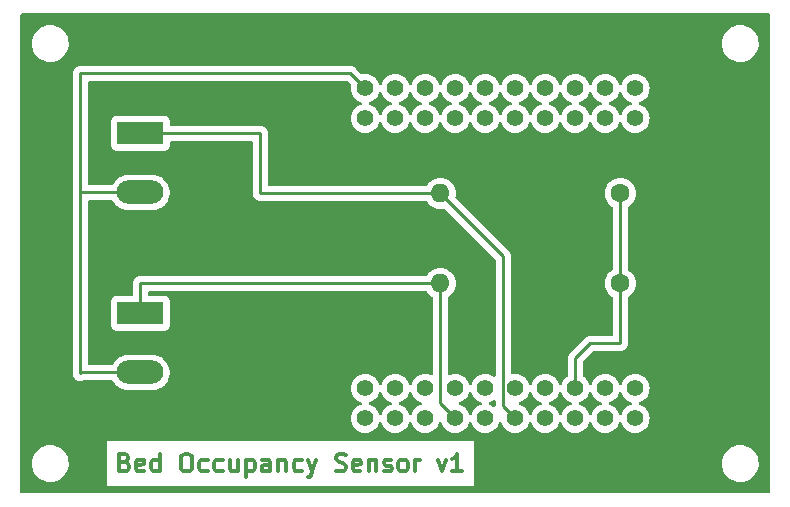
<source format=gbr>
%TF.GenerationSoftware,KiCad,Pcbnew,(6.0.9)*%
%TF.CreationDate,2022-12-01T11:48:01+01:00*%
%TF.ProjectId,bed_occupacy_sensor,6265645f-6f63-4637-9570-6163795f7365,rev?*%
%TF.SameCoordinates,Original*%
%TF.FileFunction,Copper,L1,Top*%
%TF.FilePolarity,Positive*%
%FSLAX46Y46*%
G04 Gerber Fmt 4.6, Leading zero omitted, Abs format (unit mm)*
G04 Created by KiCad (PCBNEW (6.0.9)) date 2022-12-01 11:48:01*
%MOMM*%
%LPD*%
G01*
G04 APERTURE LIST*
%ADD10C,0.300000*%
%TA.AperFunction,NonConductor*%
%ADD11C,0.300000*%
%TD*%
%TA.AperFunction,ComponentPad*%
%ADD12O,3.960000X1.980000*%
%TD*%
%TA.AperFunction,ComponentPad*%
%ADD13R,3.960000X1.980000*%
%TD*%
%TA.AperFunction,ComponentPad*%
%ADD14C,1.400000*%
%TD*%
%TA.AperFunction,ComponentPad*%
%ADD15C,1.600000*%
%TD*%
%TA.AperFunction,ComponentPad*%
%ADD16O,1.600000X1.600000*%
%TD*%
%TA.AperFunction,Conductor*%
%ADD17C,0.250000*%
%TD*%
G04 APERTURE END LIST*
D10*
D11*
X102839999Y-86252857D02*
X103054285Y-86324285D01*
X103125714Y-86395714D01*
X103197142Y-86538571D01*
X103197142Y-86752857D01*
X103125714Y-86895714D01*
X103054285Y-86967142D01*
X102911428Y-87038571D01*
X102339999Y-87038571D01*
X102339999Y-85538571D01*
X102839999Y-85538571D01*
X102982857Y-85610000D01*
X103054285Y-85681428D01*
X103125714Y-85824285D01*
X103125714Y-85967142D01*
X103054285Y-86110000D01*
X102982857Y-86181428D01*
X102839999Y-86252857D01*
X102339999Y-86252857D01*
X104411428Y-86967142D02*
X104268571Y-87038571D01*
X103982857Y-87038571D01*
X103839999Y-86967142D01*
X103768571Y-86824285D01*
X103768571Y-86252857D01*
X103839999Y-86110000D01*
X103982857Y-86038571D01*
X104268571Y-86038571D01*
X104411428Y-86110000D01*
X104482857Y-86252857D01*
X104482857Y-86395714D01*
X103768571Y-86538571D01*
X105768571Y-87038571D02*
X105768571Y-85538571D01*
X105768571Y-86967142D02*
X105625714Y-87038571D01*
X105339999Y-87038571D01*
X105197142Y-86967142D01*
X105125714Y-86895714D01*
X105054285Y-86752857D01*
X105054285Y-86324285D01*
X105125714Y-86181428D01*
X105197142Y-86110000D01*
X105339999Y-86038571D01*
X105625714Y-86038571D01*
X105768571Y-86110000D01*
X107911428Y-85538571D02*
X108197142Y-85538571D01*
X108339999Y-85610000D01*
X108482857Y-85752857D01*
X108554285Y-86038571D01*
X108554285Y-86538571D01*
X108482857Y-86824285D01*
X108339999Y-86967142D01*
X108197142Y-87038571D01*
X107911428Y-87038571D01*
X107768571Y-86967142D01*
X107625714Y-86824285D01*
X107554285Y-86538571D01*
X107554285Y-86038571D01*
X107625714Y-85752857D01*
X107768571Y-85610000D01*
X107911428Y-85538571D01*
X109839999Y-86967142D02*
X109697142Y-87038571D01*
X109411428Y-87038571D01*
X109268571Y-86967142D01*
X109197142Y-86895714D01*
X109125714Y-86752857D01*
X109125714Y-86324285D01*
X109197142Y-86181428D01*
X109268571Y-86110000D01*
X109411428Y-86038571D01*
X109697142Y-86038571D01*
X109839999Y-86110000D01*
X111125714Y-86967142D02*
X110982857Y-87038571D01*
X110697142Y-87038571D01*
X110554285Y-86967142D01*
X110482857Y-86895714D01*
X110411428Y-86752857D01*
X110411428Y-86324285D01*
X110482857Y-86181428D01*
X110554285Y-86110000D01*
X110697142Y-86038571D01*
X110982857Y-86038571D01*
X111125714Y-86110000D01*
X112411428Y-86038571D02*
X112411428Y-87038571D01*
X111768571Y-86038571D02*
X111768571Y-86824285D01*
X111839999Y-86967142D01*
X111982857Y-87038571D01*
X112197142Y-87038571D01*
X112339999Y-86967142D01*
X112411428Y-86895714D01*
X113125714Y-86038571D02*
X113125714Y-87538571D01*
X113125714Y-86110000D02*
X113268571Y-86038571D01*
X113554285Y-86038571D01*
X113697142Y-86110000D01*
X113768571Y-86181428D01*
X113839999Y-86324285D01*
X113839999Y-86752857D01*
X113768571Y-86895714D01*
X113697142Y-86967142D01*
X113554285Y-87038571D01*
X113268571Y-87038571D01*
X113125714Y-86967142D01*
X115125714Y-87038571D02*
X115125714Y-86252857D01*
X115054285Y-86110000D01*
X114911428Y-86038571D01*
X114625714Y-86038571D01*
X114482857Y-86110000D01*
X115125714Y-86967142D02*
X114982857Y-87038571D01*
X114625714Y-87038571D01*
X114482857Y-86967142D01*
X114411428Y-86824285D01*
X114411428Y-86681428D01*
X114482857Y-86538571D01*
X114625714Y-86467142D01*
X114982857Y-86467142D01*
X115125714Y-86395714D01*
X115839999Y-86038571D02*
X115839999Y-87038571D01*
X115839999Y-86181428D02*
X115911428Y-86110000D01*
X116054285Y-86038571D01*
X116268571Y-86038571D01*
X116411428Y-86110000D01*
X116482857Y-86252857D01*
X116482857Y-87038571D01*
X117839999Y-86967142D02*
X117697142Y-87038571D01*
X117411428Y-87038571D01*
X117268571Y-86967142D01*
X117197142Y-86895714D01*
X117125714Y-86752857D01*
X117125714Y-86324285D01*
X117197142Y-86181428D01*
X117268571Y-86110000D01*
X117411428Y-86038571D01*
X117697142Y-86038571D01*
X117839999Y-86110000D01*
X118339999Y-86038571D02*
X118697142Y-87038571D01*
X119054285Y-86038571D02*
X118697142Y-87038571D01*
X118554285Y-87395714D01*
X118482857Y-87467142D01*
X118339999Y-87538571D01*
X120697142Y-86967142D02*
X120911428Y-87038571D01*
X121268571Y-87038571D01*
X121411428Y-86967142D01*
X121482857Y-86895714D01*
X121554285Y-86752857D01*
X121554285Y-86610000D01*
X121482857Y-86467142D01*
X121411428Y-86395714D01*
X121268571Y-86324285D01*
X120982857Y-86252857D01*
X120839999Y-86181428D01*
X120768571Y-86110000D01*
X120697142Y-85967142D01*
X120697142Y-85824285D01*
X120768571Y-85681428D01*
X120839999Y-85610000D01*
X120982857Y-85538571D01*
X121339999Y-85538571D01*
X121554285Y-85610000D01*
X122768571Y-86967142D02*
X122625714Y-87038571D01*
X122339999Y-87038571D01*
X122197142Y-86967142D01*
X122125714Y-86824285D01*
X122125714Y-86252857D01*
X122197142Y-86110000D01*
X122339999Y-86038571D01*
X122625714Y-86038571D01*
X122768571Y-86110000D01*
X122839999Y-86252857D01*
X122839999Y-86395714D01*
X122125714Y-86538571D01*
X123482857Y-86038571D02*
X123482857Y-87038571D01*
X123482857Y-86181428D02*
X123554285Y-86110000D01*
X123697142Y-86038571D01*
X123911428Y-86038571D01*
X124054285Y-86110000D01*
X124125714Y-86252857D01*
X124125714Y-87038571D01*
X124768571Y-86967142D02*
X124911428Y-87038571D01*
X125197142Y-87038571D01*
X125339999Y-86967142D01*
X125411428Y-86824285D01*
X125411428Y-86752857D01*
X125339999Y-86610000D01*
X125197142Y-86538571D01*
X124982857Y-86538571D01*
X124839999Y-86467142D01*
X124768571Y-86324285D01*
X124768571Y-86252857D01*
X124839999Y-86110000D01*
X124982857Y-86038571D01*
X125197142Y-86038571D01*
X125339999Y-86110000D01*
X126268571Y-87038571D02*
X126125714Y-86967142D01*
X126054285Y-86895714D01*
X125982857Y-86752857D01*
X125982857Y-86324285D01*
X126054285Y-86181428D01*
X126125714Y-86110000D01*
X126268571Y-86038571D01*
X126482857Y-86038571D01*
X126625714Y-86110000D01*
X126697142Y-86181428D01*
X126768571Y-86324285D01*
X126768571Y-86752857D01*
X126697142Y-86895714D01*
X126625714Y-86967142D01*
X126482857Y-87038571D01*
X126268571Y-87038571D01*
X127411428Y-87038571D02*
X127411428Y-86038571D01*
X127411428Y-86324285D02*
X127482857Y-86181428D01*
X127554285Y-86110000D01*
X127697142Y-86038571D01*
X127839999Y-86038571D01*
X129339999Y-86038571D02*
X129697142Y-87038571D01*
X130054285Y-86038571D01*
X131411428Y-87038571D02*
X130554285Y-87038571D01*
X130982857Y-87038571D02*
X130982857Y-85538571D01*
X130839999Y-85752857D01*
X130697142Y-85895714D01*
X130554285Y-85967142D01*
D12*
%TO.P,J1,2,Pin_2*%
%TO.N,Net-(U1-Pad22)*%
X104140000Y-63420000D03*
D13*
%TO.P,J1,1,Pin_1*%
%TO.N,Net-(J1-Pad1)*%
X104140000Y-58420000D03*
%TD*%
D14*
%TO.P,U1,40,CLK*%
%TO.N,unconnected-(U1-Pad40)*%
X146050000Y-54610000D03*
%TO.P,U1,39,SD0*%
%TO.N,unconnected-(U1-Pad39)*%
X146050000Y-57150000D03*
%TO.P,U1,38,SD1*%
%TO.N,unconnected-(U1-Pad38)*%
X143510000Y-54610000D03*
%TO.P,U1,37,TD0*%
%TO.N,unconnected-(U1-Pad37)*%
X143510000Y-57150000D03*
%TO.P,U1,36,IO_02*%
%TO.N,unconnected-(U1-Pad36)*%
X140970000Y-54610000D03*
%TO.P,U1,35,VCC_(USB)*%
%TO.N,unconnected-(U1-Pad35)*%
X140970000Y-57150000D03*
%TO.P,U1,34,IO_00*%
%TO.N,unconnected-(U1-Pad34)*%
X138430000Y-54610000D03*
%TO.P,U1,33,GND*%
%TO.N,unconnected-(U1-Pad33)*%
X138430000Y-57150000D03*
%TO.P,U1,32,IO_04*%
%TO.N,unconnected-(U1-Pad32)*%
X135890000Y-54610000D03*
%TO.P,U1,31,IO_16/D4*%
%TO.N,unconnected-(U1-Pad31)*%
X135890000Y-57150000D03*
%TO.P,U1,30,IO_12/TDI*%
%TO.N,unconnected-(U1-Pad30)*%
X133350000Y-54610000D03*
%TO.P,U1,29,IO_17/D3*%
%TO.N,unconnected-(U1-Pad29)*%
X133350000Y-57150000D03*
%TO.P,U1,28,IO_32*%
%TO.N,unconnected-(U1-Pad28)*%
X130810000Y-54610000D03*
%TO.P,U1,27,IO_21/D2/SDA*%
%TO.N,unconnected-(U1-Pad27)*%
X130810000Y-57150000D03*
%TO.P,U1,26,IO_25*%
%TO.N,unconnected-(U1-Pad26)*%
X128270000Y-54610000D03*
%TO.P,U1,25,IO_22/D1/SCL*%
%TO.N,unconnected-(U1-Pad25)*%
X128270000Y-57150000D03*
%TO.P,U1,24,IO_27*%
%TO.N,unconnected-(U1-Pad24)*%
X125730000Y-54610000D03*
%TO.P,U1,23,RXD*%
%TO.N,unconnected-(U1-Pad23)*%
X125730000Y-57150000D03*
%TO.P,U1,22,GND*%
%TO.N,Net-(U1-Pad22)*%
X123190000Y-54610000D03*
%TO.P,U1,21,TXD*%
%TO.N,unconnected-(U1-Pad21)*%
X123190000Y-57150000D03*
%TO.P,U1,20,IO_10/SD3*%
%TO.N,unconnected-(U1-Pad20)*%
X146050000Y-80010000D03*
%TO.P,U1,19,CMD*%
%TO.N,unconnected-(U1-Pad19)*%
X146050000Y-82550000D03*
%TO.P,U1,18,IO_13/TCK*%
%TO.N,unconnected-(U1-Pad18)*%
X143510000Y-80010000D03*
%TO.P,U1,17,IO_09/SD2*%
%TO.N,unconnected-(U1-Pad17)*%
X143510000Y-82550000D03*
%TO.P,U1,16,3V3*%
%TO.N,Net-(R1-Pad1)*%
X140970000Y-80010000D03*
%TO.P,U1,15,NC*%
%TO.N,unconnected-(U1-Pad15)*%
X140970000Y-82550000D03*
%TO.P,U1,14,IO_05/D8*%
%TO.N,unconnected-(U1-Pad14)*%
X138430000Y-80010000D03*
%TO.P,U1,13,IO_14/TMS*%
%TO.N,unconnected-(U1-Pad13)*%
X138430000Y-82550000D03*
%TO.P,U1,12,IO_23/D7*%
%TO.N,unconnected-(U1-Pad12)*%
X135890000Y-80010000D03*
%TO.P,U1,11,IO_34*%
%TO.N,Net-(J1-Pad1)*%
X135890000Y-82550000D03*
%TO.P,U1,10,IO_19/D6*%
%TO.N,unconnected-(U1-Pad10)*%
X133350000Y-80010000D03*
%TO.P,U1,9,IO_33*%
%TO.N,unconnected-(U1-Pad9)*%
X133350000Y-82550000D03*
%TO.P,U1,8,IO_18/D5*%
%TO.N,unconnected-(U1-Pad8)*%
X130810000Y-80010000D03*
%TO.P,U1,7,IO_35*%
%TO.N,Net-(J2-Pad1)*%
X130810000Y-82550000D03*
%TO.P,U1,6,IO_26/D0*%
%TO.N,unconnected-(U1-Pad6)*%
X128270000Y-80010000D03*
%TO.P,U1,5,IO_39/SVN*%
%TO.N,unconnected-(U1-Pad5)*%
X128270000Y-82550000D03*
%TO.P,U1,4,IO_36/SVP/A0*%
%TO.N,unconnected-(U1-Pad4)*%
X125730000Y-80010000D03*
%TO.P,U1,3,NC*%
%TO.N,unconnected-(U1-Pad3)*%
X125730000Y-82550000D03*
%TO.P,U1,1,GND*%
%TO.N,unconnected-(U1-Pad1)*%
X123190000Y-82550000D03*
%TO.P,U1,2,RST*%
%TO.N,unconnected-(U1-Pad2)*%
X123190000Y-80010000D03*
%TD*%
D15*
%TO.P,R2,1*%
%TO.N,Net-(R1-Pad1)*%
X144780000Y-63500000D03*
D16*
%TO.P,R2,2*%
%TO.N,Net-(J1-Pad1)*%
X129540000Y-63500000D03*
%TD*%
D15*
%TO.P,R1,1*%
%TO.N,Net-(R1-Pad1)*%
X144780000Y-71120000D03*
D16*
%TO.P,R1,2*%
%TO.N,Net-(J2-Pad1)*%
X129540000Y-71120000D03*
%TD*%
D12*
%TO.P,J2,2,Pin_2*%
%TO.N,Net-(U1-Pad22)*%
X104140000Y-78660000D03*
D13*
%TO.P,J2,1,Pin_1*%
%TO.N,Net-(J2-Pad1)*%
X104140000Y-73660000D03*
%TD*%
D17*
%TO.N,Net-(J1-Pad1)*%
X134865000Y-81525000D02*
X135890000Y-82550000D01*
X129540000Y-63500000D02*
X134865000Y-68825000D01*
X134865000Y-68825000D02*
X134865000Y-81525000D01*
%TO.N,Net-(J2-Pad1)*%
X129540000Y-81280000D02*
X130810000Y-82550000D01*
X129540000Y-71120000D02*
X129540000Y-81280000D01*
%TO.N,Net-(R1-Pad1)*%
X144780000Y-63500000D02*
X144780000Y-71120000D01*
X142240000Y-76200000D02*
X140970000Y-77470000D01*
X144780000Y-76200000D02*
X142240000Y-76200000D01*
X144780000Y-71120000D02*
X144780000Y-76200000D01*
X140970000Y-77470000D02*
X140970000Y-80010000D01*
%TO.N,Net-(J2-Pad1)*%
X104140000Y-71120000D02*
X104140000Y-73660000D01*
X129540000Y-71120000D02*
X104140000Y-71120000D01*
%TO.N,Net-(J1-Pad1)*%
X114300000Y-58420000D02*
X104140000Y-58420000D01*
X114300000Y-63500000D02*
X114300000Y-58420000D01*
X129540000Y-63500000D02*
X114300000Y-63500000D01*
%TO.N,Net-(U1-Pad22)*%
X99140000Y-78660000D02*
X104140000Y-78660000D01*
X99060000Y-78740000D02*
X99140000Y-78660000D01*
X99060000Y-63500000D02*
X99060000Y-78740000D01*
X99140000Y-63420000D02*
X104140000Y-63420000D01*
X99060000Y-63500000D02*
X99140000Y-63420000D01*
X99060000Y-53340000D02*
X99060000Y-63500000D01*
X121920000Y-53340000D02*
X99060000Y-53340000D01*
X123190000Y-54610000D02*
X121920000Y-53340000D01*
%TD*%
%TA.AperFunction,NonConductor*%
G36*
X127049600Y-54910580D02*
G01*
X127104347Y-54955783D01*
X127121707Y-54993796D01*
X127130044Y-55024910D01*
X127219411Y-55216558D01*
X127340699Y-55389776D01*
X127490224Y-55539301D01*
X127663442Y-55660589D01*
X127668420Y-55662910D01*
X127668423Y-55662912D01*
X127850108Y-55747633D01*
X127855090Y-55749956D01*
X127860398Y-55751378D01*
X127860400Y-55751379D01*
X127886204Y-55758293D01*
X127946827Y-55795245D01*
X127977848Y-55859106D01*
X127969420Y-55929600D01*
X127924217Y-55984347D01*
X127886204Y-56001707D01*
X127860400Y-56008621D01*
X127860398Y-56008622D01*
X127855090Y-56010044D01*
X127850109Y-56012366D01*
X127850108Y-56012367D01*
X127668423Y-56097088D01*
X127668420Y-56097090D01*
X127663442Y-56099411D01*
X127490224Y-56220699D01*
X127340699Y-56370224D01*
X127219411Y-56543442D01*
X127130044Y-56735090D01*
X127128622Y-56740398D01*
X127128621Y-56740400D01*
X127121707Y-56766204D01*
X127084755Y-56826827D01*
X127020894Y-56857848D01*
X126950400Y-56849420D01*
X126895653Y-56804217D01*
X126878293Y-56766204D01*
X126871379Y-56740400D01*
X126871378Y-56740398D01*
X126869956Y-56735090D01*
X126780589Y-56543442D01*
X126659301Y-56370224D01*
X126509776Y-56220699D01*
X126336558Y-56099411D01*
X126331580Y-56097090D01*
X126331577Y-56097088D01*
X126149892Y-56012367D01*
X126149891Y-56012366D01*
X126144910Y-56010044D01*
X126139602Y-56008622D01*
X126139600Y-56008621D01*
X126113796Y-56001707D01*
X126053173Y-55964755D01*
X126022152Y-55900894D01*
X126030580Y-55830400D01*
X126075783Y-55775653D01*
X126113796Y-55758293D01*
X126139600Y-55751379D01*
X126139602Y-55751378D01*
X126144910Y-55749956D01*
X126149892Y-55747633D01*
X126331577Y-55662912D01*
X126331580Y-55662910D01*
X126336558Y-55660589D01*
X126509776Y-55539301D01*
X126659301Y-55389776D01*
X126780589Y-55216558D01*
X126869956Y-55024910D01*
X126878293Y-54993796D01*
X126915245Y-54933173D01*
X126979106Y-54902152D01*
X127049600Y-54910580D01*
G37*
%TD.AperFunction*%
%TA.AperFunction,NonConductor*%
G36*
X132129600Y-54910580D02*
G01*
X132184347Y-54955783D01*
X132201707Y-54993796D01*
X132210044Y-55024910D01*
X132299411Y-55216558D01*
X132420699Y-55389776D01*
X132570224Y-55539301D01*
X132743442Y-55660589D01*
X132748420Y-55662910D01*
X132748423Y-55662912D01*
X132930108Y-55747633D01*
X132935090Y-55749956D01*
X132940398Y-55751378D01*
X132940400Y-55751379D01*
X132966204Y-55758293D01*
X133026827Y-55795245D01*
X133057848Y-55859106D01*
X133049420Y-55929600D01*
X133004217Y-55984347D01*
X132966204Y-56001707D01*
X132940400Y-56008621D01*
X132940398Y-56008622D01*
X132935090Y-56010044D01*
X132930109Y-56012366D01*
X132930108Y-56012367D01*
X132748423Y-56097088D01*
X132748420Y-56097090D01*
X132743442Y-56099411D01*
X132570224Y-56220699D01*
X132420699Y-56370224D01*
X132299411Y-56543442D01*
X132210044Y-56735090D01*
X132208622Y-56740398D01*
X132208621Y-56740400D01*
X132201707Y-56766204D01*
X132164755Y-56826827D01*
X132100894Y-56857848D01*
X132030400Y-56849420D01*
X131975653Y-56804217D01*
X131958293Y-56766204D01*
X131951379Y-56740400D01*
X131951378Y-56740398D01*
X131949956Y-56735090D01*
X131860589Y-56543442D01*
X131739301Y-56370224D01*
X131589776Y-56220699D01*
X131416558Y-56099411D01*
X131411580Y-56097090D01*
X131411577Y-56097088D01*
X131229892Y-56012367D01*
X131229891Y-56012366D01*
X131224910Y-56010044D01*
X131219602Y-56008622D01*
X131219600Y-56008621D01*
X131193796Y-56001707D01*
X131133173Y-55964755D01*
X131102152Y-55900894D01*
X131110580Y-55830400D01*
X131155783Y-55775653D01*
X131193796Y-55758293D01*
X131219600Y-55751379D01*
X131219602Y-55751378D01*
X131224910Y-55749956D01*
X131229892Y-55747633D01*
X131411577Y-55662912D01*
X131411580Y-55662910D01*
X131416558Y-55660589D01*
X131589776Y-55539301D01*
X131739301Y-55389776D01*
X131860589Y-55216558D01*
X131949956Y-55024910D01*
X131958293Y-54993796D01*
X131995245Y-54933173D01*
X132059106Y-54902152D01*
X132129600Y-54910580D01*
G37*
%TD.AperFunction*%
%TA.AperFunction,NonConductor*%
G36*
X129589600Y-54910580D02*
G01*
X129644347Y-54955783D01*
X129661707Y-54993796D01*
X129670044Y-55024910D01*
X129759411Y-55216558D01*
X129880699Y-55389776D01*
X130030224Y-55539301D01*
X130203442Y-55660589D01*
X130208420Y-55662910D01*
X130208423Y-55662912D01*
X130390108Y-55747633D01*
X130395090Y-55749956D01*
X130400398Y-55751378D01*
X130400400Y-55751379D01*
X130426204Y-55758293D01*
X130486827Y-55795245D01*
X130517848Y-55859106D01*
X130509420Y-55929600D01*
X130464217Y-55984347D01*
X130426204Y-56001707D01*
X130400400Y-56008621D01*
X130400398Y-56008622D01*
X130395090Y-56010044D01*
X130390109Y-56012366D01*
X130390108Y-56012367D01*
X130208423Y-56097088D01*
X130208420Y-56097090D01*
X130203442Y-56099411D01*
X130030224Y-56220699D01*
X129880699Y-56370224D01*
X129759411Y-56543442D01*
X129670044Y-56735090D01*
X129668622Y-56740398D01*
X129668621Y-56740400D01*
X129661707Y-56766204D01*
X129624755Y-56826827D01*
X129560894Y-56857848D01*
X129490400Y-56849420D01*
X129435653Y-56804217D01*
X129418293Y-56766204D01*
X129411379Y-56740400D01*
X129411378Y-56740398D01*
X129409956Y-56735090D01*
X129320589Y-56543442D01*
X129199301Y-56370224D01*
X129049776Y-56220699D01*
X128876558Y-56099411D01*
X128871580Y-56097090D01*
X128871577Y-56097088D01*
X128689892Y-56012367D01*
X128689891Y-56012366D01*
X128684910Y-56010044D01*
X128679602Y-56008622D01*
X128679600Y-56008621D01*
X128653796Y-56001707D01*
X128593173Y-55964755D01*
X128562152Y-55900894D01*
X128570580Y-55830400D01*
X128615783Y-55775653D01*
X128653796Y-55758293D01*
X128679600Y-55751379D01*
X128679602Y-55751378D01*
X128684910Y-55749956D01*
X128689892Y-55747633D01*
X128871577Y-55662912D01*
X128871580Y-55662910D01*
X128876558Y-55660589D01*
X129049776Y-55539301D01*
X129199301Y-55389776D01*
X129320589Y-55216558D01*
X129409956Y-55024910D01*
X129418293Y-54993796D01*
X129455245Y-54933173D01*
X129519106Y-54902152D01*
X129589600Y-54910580D01*
G37*
%TD.AperFunction*%
%TA.AperFunction,NonConductor*%
G36*
X139749600Y-54910580D02*
G01*
X139804347Y-54955783D01*
X139821707Y-54993796D01*
X139830044Y-55024910D01*
X139919411Y-55216558D01*
X140040699Y-55389776D01*
X140190224Y-55539301D01*
X140363442Y-55660589D01*
X140368420Y-55662910D01*
X140368423Y-55662912D01*
X140550108Y-55747633D01*
X140555090Y-55749956D01*
X140560398Y-55751378D01*
X140560400Y-55751379D01*
X140586204Y-55758293D01*
X140646827Y-55795245D01*
X140677848Y-55859106D01*
X140669420Y-55929600D01*
X140624217Y-55984347D01*
X140586204Y-56001707D01*
X140560400Y-56008621D01*
X140560398Y-56008622D01*
X140555090Y-56010044D01*
X140550109Y-56012366D01*
X140550108Y-56012367D01*
X140368423Y-56097088D01*
X140368420Y-56097090D01*
X140363442Y-56099411D01*
X140190224Y-56220699D01*
X140040699Y-56370224D01*
X139919411Y-56543442D01*
X139830044Y-56735090D01*
X139828622Y-56740398D01*
X139828621Y-56740400D01*
X139821707Y-56766204D01*
X139784755Y-56826827D01*
X139720894Y-56857848D01*
X139650400Y-56849420D01*
X139595653Y-56804217D01*
X139578293Y-56766204D01*
X139571379Y-56740400D01*
X139571378Y-56740398D01*
X139569956Y-56735090D01*
X139480589Y-56543442D01*
X139359301Y-56370224D01*
X139209776Y-56220699D01*
X139036558Y-56099411D01*
X139031580Y-56097090D01*
X139031577Y-56097088D01*
X138849892Y-56012367D01*
X138849891Y-56012366D01*
X138844910Y-56010044D01*
X138839602Y-56008622D01*
X138839600Y-56008621D01*
X138813796Y-56001707D01*
X138753173Y-55964755D01*
X138722152Y-55900894D01*
X138730580Y-55830400D01*
X138775783Y-55775653D01*
X138813796Y-55758293D01*
X138839600Y-55751379D01*
X138839602Y-55751378D01*
X138844910Y-55749956D01*
X138849892Y-55747633D01*
X139031577Y-55662912D01*
X139031580Y-55662910D01*
X139036558Y-55660589D01*
X139209776Y-55539301D01*
X139359301Y-55389776D01*
X139480589Y-55216558D01*
X139569956Y-55024910D01*
X139578293Y-54993796D01*
X139615245Y-54933173D01*
X139679106Y-54902152D01*
X139749600Y-54910580D01*
G37*
%TD.AperFunction*%
%TA.AperFunction,NonConductor*%
G36*
X137209600Y-54910580D02*
G01*
X137264347Y-54955783D01*
X137281707Y-54993796D01*
X137290044Y-55024910D01*
X137379411Y-55216558D01*
X137500699Y-55389776D01*
X137650224Y-55539301D01*
X137823442Y-55660589D01*
X137828420Y-55662910D01*
X137828423Y-55662912D01*
X138010108Y-55747633D01*
X138015090Y-55749956D01*
X138020398Y-55751378D01*
X138020400Y-55751379D01*
X138046204Y-55758293D01*
X138106827Y-55795245D01*
X138137848Y-55859106D01*
X138129420Y-55929600D01*
X138084217Y-55984347D01*
X138046204Y-56001707D01*
X138020400Y-56008621D01*
X138020398Y-56008622D01*
X138015090Y-56010044D01*
X138010109Y-56012366D01*
X138010108Y-56012367D01*
X137828423Y-56097088D01*
X137828420Y-56097090D01*
X137823442Y-56099411D01*
X137650224Y-56220699D01*
X137500699Y-56370224D01*
X137379411Y-56543442D01*
X137290044Y-56735090D01*
X137288622Y-56740398D01*
X137288621Y-56740400D01*
X137281707Y-56766204D01*
X137244755Y-56826827D01*
X137180894Y-56857848D01*
X137110400Y-56849420D01*
X137055653Y-56804217D01*
X137038293Y-56766204D01*
X137031379Y-56740400D01*
X137031378Y-56740398D01*
X137029956Y-56735090D01*
X136940589Y-56543442D01*
X136819301Y-56370224D01*
X136669776Y-56220699D01*
X136496558Y-56099411D01*
X136491580Y-56097090D01*
X136491577Y-56097088D01*
X136309892Y-56012367D01*
X136309891Y-56012366D01*
X136304910Y-56010044D01*
X136299602Y-56008622D01*
X136299600Y-56008621D01*
X136273796Y-56001707D01*
X136213173Y-55964755D01*
X136182152Y-55900894D01*
X136190580Y-55830400D01*
X136235783Y-55775653D01*
X136273796Y-55758293D01*
X136299600Y-55751379D01*
X136299602Y-55751378D01*
X136304910Y-55749956D01*
X136309892Y-55747633D01*
X136491577Y-55662912D01*
X136491580Y-55662910D01*
X136496558Y-55660589D01*
X136669776Y-55539301D01*
X136819301Y-55389776D01*
X136940589Y-55216558D01*
X137029956Y-55024910D01*
X137038293Y-54993796D01*
X137075245Y-54933173D01*
X137139106Y-54902152D01*
X137209600Y-54910580D01*
G37*
%TD.AperFunction*%
%TA.AperFunction,NonConductor*%
G36*
X124509600Y-54910580D02*
G01*
X124564347Y-54955783D01*
X124581707Y-54993796D01*
X124590044Y-55024910D01*
X124679411Y-55216558D01*
X124800699Y-55389776D01*
X124950224Y-55539301D01*
X125123442Y-55660589D01*
X125128420Y-55662910D01*
X125128423Y-55662912D01*
X125310108Y-55747633D01*
X125315090Y-55749956D01*
X125320398Y-55751378D01*
X125320400Y-55751379D01*
X125346204Y-55758293D01*
X125406827Y-55795245D01*
X125437848Y-55859106D01*
X125429420Y-55929600D01*
X125384217Y-55984347D01*
X125346204Y-56001707D01*
X125320400Y-56008621D01*
X125320398Y-56008622D01*
X125315090Y-56010044D01*
X125310109Y-56012366D01*
X125310108Y-56012367D01*
X125128423Y-56097088D01*
X125128420Y-56097090D01*
X125123442Y-56099411D01*
X124950224Y-56220699D01*
X124800699Y-56370224D01*
X124679411Y-56543442D01*
X124590044Y-56735090D01*
X124588622Y-56740398D01*
X124588621Y-56740400D01*
X124581707Y-56766204D01*
X124544755Y-56826827D01*
X124480894Y-56857848D01*
X124410400Y-56849420D01*
X124355653Y-56804217D01*
X124338293Y-56766204D01*
X124331379Y-56740400D01*
X124331378Y-56740398D01*
X124329956Y-56735090D01*
X124240589Y-56543442D01*
X124119301Y-56370224D01*
X123969776Y-56220699D01*
X123796558Y-56099411D01*
X123791580Y-56097090D01*
X123791577Y-56097088D01*
X123609892Y-56012367D01*
X123609891Y-56012366D01*
X123604910Y-56010044D01*
X123599602Y-56008622D01*
X123599600Y-56008621D01*
X123573796Y-56001707D01*
X123513173Y-55964755D01*
X123482152Y-55900894D01*
X123490580Y-55830400D01*
X123535783Y-55775653D01*
X123573796Y-55758293D01*
X123599600Y-55751379D01*
X123599602Y-55751378D01*
X123604910Y-55749956D01*
X123609892Y-55747633D01*
X123791577Y-55662912D01*
X123791580Y-55662910D01*
X123796558Y-55660589D01*
X123969776Y-55539301D01*
X124119301Y-55389776D01*
X124240589Y-55216558D01*
X124329956Y-55024910D01*
X124338293Y-54993796D01*
X124375245Y-54933173D01*
X124439106Y-54902152D01*
X124509600Y-54910580D01*
G37*
%TD.AperFunction*%
%TA.AperFunction,NonConductor*%
G36*
X142289600Y-54910580D02*
G01*
X142344347Y-54955783D01*
X142361707Y-54993796D01*
X142370044Y-55024910D01*
X142459411Y-55216558D01*
X142580699Y-55389776D01*
X142730224Y-55539301D01*
X142903442Y-55660589D01*
X142908420Y-55662910D01*
X142908423Y-55662912D01*
X143090108Y-55747633D01*
X143095090Y-55749956D01*
X143100398Y-55751378D01*
X143100400Y-55751379D01*
X143126204Y-55758293D01*
X143186827Y-55795245D01*
X143217848Y-55859106D01*
X143209420Y-55929600D01*
X143164217Y-55984347D01*
X143126204Y-56001707D01*
X143100400Y-56008621D01*
X143100398Y-56008622D01*
X143095090Y-56010044D01*
X143090109Y-56012366D01*
X143090108Y-56012367D01*
X142908423Y-56097088D01*
X142908420Y-56097090D01*
X142903442Y-56099411D01*
X142730224Y-56220699D01*
X142580699Y-56370224D01*
X142459411Y-56543442D01*
X142370044Y-56735090D01*
X142368622Y-56740398D01*
X142368621Y-56740400D01*
X142361707Y-56766204D01*
X142324755Y-56826827D01*
X142260894Y-56857848D01*
X142190400Y-56849420D01*
X142135653Y-56804217D01*
X142118293Y-56766204D01*
X142111379Y-56740400D01*
X142111378Y-56740398D01*
X142109956Y-56735090D01*
X142020589Y-56543442D01*
X141899301Y-56370224D01*
X141749776Y-56220699D01*
X141576558Y-56099411D01*
X141571580Y-56097090D01*
X141571577Y-56097088D01*
X141389892Y-56012367D01*
X141389891Y-56012366D01*
X141384910Y-56010044D01*
X141379602Y-56008622D01*
X141379600Y-56008621D01*
X141353796Y-56001707D01*
X141293173Y-55964755D01*
X141262152Y-55900894D01*
X141270580Y-55830400D01*
X141315783Y-55775653D01*
X141353796Y-55758293D01*
X141379600Y-55751379D01*
X141379602Y-55751378D01*
X141384910Y-55749956D01*
X141389892Y-55747633D01*
X141571577Y-55662912D01*
X141571580Y-55662910D01*
X141576558Y-55660589D01*
X141749776Y-55539301D01*
X141899301Y-55389776D01*
X142020589Y-55216558D01*
X142109956Y-55024910D01*
X142118293Y-54993796D01*
X142155245Y-54933173D01*
X142219106Y-54902152D01*
X142289600Y-54910580D01*
G37*
%TD.AperFunction*%
%TA.AperFunction,NonConductor*%
G36*
X134669600Y-54910580D02*
G01*
X134724347Y-54955783D01*
X134741707Y-54993796D01*
X134750044Y-55024910D01*
X134839411Y-55216558D01*
X134960699Y-55389776D01*
X135110224Y-55539301D01*
X135283442Y-55660589D01*
X135288420Y-55662910D01*
X135288423Y-55662912D01*
X135470108Y-55747633D01*
X135475090Y-55749956D01*
X135480398Y-55751378D01*
X135480400Y-55751379D01*
X135506204Y-55758293D01*
X135566827Y-55795245D01*
X135597848Y-55859106D01*
X135589420Y-55929600D01*
X135544217Y-55984347D01*
X135506204Y-56001707D01*
X135480400Y-56008621D01*
X135480398Y-56008622D01*
X135475090Y-56010044D01*
X135470109Y-56012366D01*
X135470108Y-56012367D01*
X135288423Y-56097088D01*
X135288420Y-56097090D01*
X135283442Y-56099411D01*
X135110224Y-56220699D01*
X134960699Y-56370224D01*
X134839411Y-56543442D01*
X134750044Y-56735090D01*
X134748622Y-56740398D01*
X134748621Y-56740400D01*
X134741707Y-56766204D01*
X134704755Y-56826827D01*
X134640894Y-56857848D01*
X134570400Y-56849420D01*
X134515653Y-56804217D01*
X134498293Y-56766204D01*
X134491379Y-56740400D01*
X134491378Y-56740398D01*
X134489956Y-56735090D01*
X134400589Y-56543442D01*
X134279301Y-56370224D01*
X134129776Y-56220699D01*
X133956558Y-56099411D01*
X133951580Y-56097090D01*
X133951577Y-56097088D01*
X133769892Y-56012367D01*
X133769891Y-56012366D01*
X133764910Y-56010044D01*
X133759602Y-56008622D01*
X133759600Y-56008621D01*
X133733796Y-56001707D01*
X133673173Y-55964755D01*
X133642152Y-55900894D01*
X133650580Y-55830400D01*
X133695783Y-55775653D01*
X133733796Y-55758293D01*
X133759600Y-55751379D01*
X133759602Y-55751378D01*
X133764910Y-55749956D01*
X133769892Y-55747633D01*
X133951577Y-55662912D01*
X133951580Y-55662910D01*
X133956558Y-55660589D01*
X134129776Y-55539301D01*
X134279301Y-55389776D01*
X134400589Y-55216558D01*
X134489956Y-55024910D01*
X134498293Y-54993796D01*
X134535245Y-54933173D01*
X134599106Y-54902152D01*
X134669600Y-54910580D01*
G37*
%TD.AperFunction*%
%TA.AperFunction,NonConductor*%
G36*
X144829600Y-54910580D02*
G01*
X144884347Y-54955783D01*
X144901707Y-54993796D01*
X144910044Y-55024910D01*
X144999411Y-55216558D01*
X145120699Y-55389776D01*
X145270224Y-55539301D01*
X145443442Y-55660589D01*
X145448420Y-55662910D01*
X145448423Y-55662912D01*
X145630108Y-55747633D01*
X145635090Y-55749956D01*
X145640398Y-55751378D01*
X145640400Y-55751379D01*
X145666204Y-55758293D01*
X145726827Y-55795245D01*
X145757848Y-55859106D01*
X145749420Y-55929600D01*
X145704217Y-55984347D01*
X145666204Y-56001707D01*
X145640400Y-56008621D01*
X145640398Y-56008622D01*
X145635090Y-56010044D01*
X145630109Y-56012366D01*
X145630108Y-56012367D01*
X145448423Y-56097088D01*
X145448420Y-56097090D01*
X145443442Y-56099411D01*
X145270224Y-56220699D01*
X145120699Y-56370224D01*
X144999411Y-56543442D01*
X144910044Y-56735090D01*
X144908622Y-56740398D01*
X144908621Y-56740400D01*
X144901707Y-56766204D01*
X144864755Y-56826827D01*
X144800894Y-56857848D01*
X144730400Y-56849420D01*
X144675653Y-56804217D01*
X144658293Y-56766204D01*
X144651379Y-56740400D01*
X144651378Y-56740398D01*
X144649956Y-56735090D01*
X144560589Y-56543442D01*
X144439301Y-56370224D01*
X144289776Y-56220699D01*
X144116558Y-56099411D01*
X144111580Y-56097090D01*
X144111577Y-56097088D01*
X143929892Y-56012367D01*
X143929891Y-56012366D01*
X143924910Y-56010044D01*
X143919602Y-56008622D01*
X143919600Y-56008621D01*
X143893796Y-56001707D01*
X143833173Y-55964755D01*
X143802152Y-55900894D01*
X143810580Y-55830400D01*
X143855783Y-55775653D01*
X143893796Y-55758293D01*
X143919600Y-55751379D01*
X143919602Y-55751378D01*
X143924910Y-55749956D01*
X143929892Y-55747633D01*
X144111577Y-55662912D01*
X144111580Y-55662910D01*
X144116558Y-55660589D01*
X144289776Y-55539301D01*
X144439301Y-55389776D01*
X144560589Y-55216558D01*
X144649956Y-55024910D01*
X144658293Y-54993796D01*
X144695245Y-54933173D01*
X144759106Y-54902152D01*
X144829600Y-54910580D01*
G37*
%TD.AperFunction*%
%TA.AperFunction,NonConductor*%
G36*
X134169364Y-81001500D02*
G01*
X134217948Y-81053270D01*
X134231500Y-81110116D01*
X134231500Y-81446233D01*
X134230972Y-81457419D01*
X134229339Y-81464723D01*
X134204285Y-81527460D01*
X134146488Y-81568692D01*
X134075575Y-81572131D01*
X134032906Y-81552870D01*
X134014265Y-81539817D01*
X133956558Y-81499411D01*
X133951580Y-81497090D01*
X133951577Y-81497088D01*
X133769892Y-81412367D01*
X133769891Y-81412366D01*
X133764910Y-81410044D01*
X133759602Y-81408622D01*
X133759600Y-81408621D01*
X133733796Y-81401707D01*
X133673173Y-81364755D01*
X133642152Y-81300894D01*
X133650580Y-81230400D01*
X133695783Y-81175653D01*
X133733796Y-81158293D01*
X133759600Y-81151379D01*
X133759602Y-81151378D01*
X133764910Y-81149956D01*
X133769892Y-81147633D01*
X133951577Y-81062912D01*
X133951580Y-81062910D01*
X133956558Y-81060589D01*
X134033230Y-81006903D01*
X134100504Y-80984215D01*
X134169364Y-81001500D01*
G37*
%TD.AperFunction*%
%TA.AperFunction,NonConductor*%
G36*
X137209600Y-80310580D02*
G01*
X137264347Y-80355783D01*
X137281707Y-80393796D01*
X137290044Y-80424910D01*
X137379411Y-80616558D01*
X137500699Y-80789776D01*
X137650224Y-80939301D01*
X137823442Y-81060589D01*
X137828420Y-81062910D01*
X137828423Y-81062912D01*
X138010108Y-81147633D01*
X138015090Y-81149956D01*
X138020398Y-81151378D01*
X138020400Y-81151379D01*
X138046204Y-81158293D01*
X138106827Y-81195245D01*
X138137848Y-81259106D01*
X138129420Y-81329600D01*
X138084217Y-81384347D01*
X138046204Y-81401707D01*
X138020400Y-81408621D01*
X138020398Y-81408622D01*
X138015090Y-81410044D01*
X138010109Y-81412366D01*
X138010108Y-81412367D01*
X137828423Y-81497088D01*
X137828420Y-81497090D01*
X137823442Y-81499411D01*
X137650224Y-81620699D01*
X137500699Y-81770224D01*
X137379411Y-81943442D01*
X137290044Y-82135090D01*
X137288622Y-82140398D01*
X137288621Y-82140400D01*
X137281707Y-82166204D01*
X137244755Y-82226827D01*
X137180894Y-82257848D01*
X137110400Y-82249420D01*
X137055653Y-82204217D01*
X137038293Y-82166204D01*
X137031379Y-82140400D01*
X137031378Y-82140398D01*
X137029956Y-82135090D01*
X136940589Y-81943442D01*
X136819301Y-81770224D01*
X136669776Y-81620699D01*
X136496558Y-81499411D01*
X136491580Y-81497090D01*
X136491577Y-81497088D01*
X136309892Y-81412367D01*
X136309891Y-81412366D01*
X136304910Y-81410044D01*
X136299602Y-81408622D01*
X136299600Y-81408621D01*
X136273796Y-81401707D01*
X136213173Y-81364755D01*
X136182152Y-81300894D01*
X136190580Y-81230400D01*
X136235783Y-81175653D01*
X136273796Y-81158293D01*
X136299600Y-81151379D01*
X136299602Y-81151378D01*
X136304910Y-81149956D01*
X136309892Y-81147633D01*
X136491577Y-81062912D01*
X136491580Y-81062910D01*
X136496558Y-81060589D01*
X136669776Y-80939301D01*
X136819301Y-80789776D01*
X136940589Y-80616558D01*
X137029956Y-80424910D01*
X137038293Y-80393796D01*
X137075245Y-80333173D01*
X137139106Y-80302152D01*
X137209600Y-80310580D01*
G37*
%TD.AperFunction*%
%TA.AperFunction,NonConductor*%
G36*
X132129600Y-80310580D02*
G01*
X132184347Y-80355783D01*
X132201707Y-80393796D01*
X132210044Y-80424910D01*
X132299411Y-80616558D01*
X132420699Y-80789776D01*
X132570224Y-80939301D01*
X132743442Y-81060589D01*
X132748420Y-81062910D01*
X132748423Y-81062912D01*
X132930108Y-81147633D01*
X132935090Y-81149956D01*
X132940398Y-81151378D01*
X132940400Y-81151379D01*
X132966204Y-81158293D01*
X133026827Y-81195245D01*
X133057848Y-81259106D01*
X133049420Y-81329600D01*
X133004217Y-81384347D01*
X132966204Y-81401707D01*
X132940400Y-81408621D01*
X132940398Y-81408622D01*
X132935090Y-81410044D01*
X132930109Y-81412366D01*
X132930108Y-81412367D01*
X132748423Y-81497088D01*
X132748420Y-81497090D01*
X132743442Y-81499411D01*
X132570224Y-81620699D01*
X132420699Y-81770224D01*
X132299411Y-81943442D01*
X132210044Y-82135090D01*
X132208622Y-82140398D01*
X132208621Y-82140400D01*
X132201707Y-82166204D01*
X132164755Y-82226827D01*
X132100894Y-82257848D01*
X132030400Y-82249420D01*
X131975653Y-82204217D01*
X131958293Y-82166204D01*
X131951379Y-82140400D01*
X131951378Y-82140398D01*
X131949956Y-82135090D01*
X131860589Y-81943442D01*
X131739301Y-81770224D01*
X131589776Y-81620699D01*
X131416558Y-81499411D01*
X131411580Y-81497090D01*
X131411577Y-81497088D01*
X131229892Y-81412367D01*
X131229891Y-81412366D01*
X131224910Y-81410044D01*
X131219602Y-81408622D01*
X131219600Y-81408621D01*
X131193796Y-81401707D01*
X131133173Y-81364755D01*
X131102152Y-81300894D01*
X131110580Y-81230400D01*
X131155783Y-81175653D01*
X131193796Y-81158293D01*
X131219600Y-81151379D01*
X131219602Y-81151378D01*
X131224910Y-81149956D01*
X131229892Y-81147633D01*
X131411577Y-81062912D01*
X131411580Y-81062910D01*
X131416558Y-81060589D01*
X131589776Y-80939301D01*
X131739301Y-80789776D01*
X131860589Y-80616558D01*
X131949956Y-80424910D01*
X131958293Y-80393796D01*
X131995245Y-80333173D01*
X132059106Y-80302152D01*
X132129600Y-80310580D01*
G37*
%TD.AperFunction*%
%TA.AperFunction,NonConductor*%
G36*
X144829600Y-80310580D02*
G01*
X144884347Y-80355783D01*
X144901707Y-80393796D01*
X144910044Y-80424910D01*
X144999411Y-80616558D01*
X145120699Y-80789776D01*
X145270224Y-80939301D01*
X145443442Y-81060589D01*
X145448420Y-81062910D01*
X145448423Y-81062912D01*
X145630108Y-81147633D01*
X145635090Y-81149956D01*
X145640398Y-81151378D01*
X145640400Y-81151379D01*
X145666204Y-81158293D01*
X145726827Y-81195245D01*
X145757848Y-81259106D01*
X145749420Y-81329600D01*
X145704217Y-81384347D01*
X145666204Y-81401707D01*
X145640400Y-81408621D01*
X145640398Y-81408622D01*
X145635090Y-81410044D01*
X145630109Y-81412366D01*
X145630108Y-81412367D01*
X145448423Y-81497088D01*
X145448420Y-81497090D01*
X145443442Y-81499411D01*
X145270224Y-81620699D01*
X145120699Y-81770224D01*
X144999411Y-81943442D01*
X144910044Y-82135090D01*
X144908622Y-82140398D01*
X144908621Y-82140400D01*
X144901707Y-82166204D01*
X144864755Y-82226827D01*
X144800894Y-82257848D01*
X144730400Y-82249420D01*
X144675653Y-82204217D01*
X144658293Y-82166204D01*
X144651379Y-82140400D01*
X144651378Y-82140398D01*
X144649956Y-82135090D01*
X144560589Y-81943442D01*
X144439301Y-81770224D01*
X144289776Y-81620699D01*
X144116558Y-81499411D01*
X144111580Y-81497090D01*
X144111577Y-81497088D01*
X143929892Y-81412367D01*
X143929891Y-81412366D01*
X143924910Y-81410044D01*
X143919602Y-81408622D01*
X143919600Y-81408621D01*
X143893796Y-81401707D01*
X143833173Y-81364755D01*
X143802152Y-81300894D01*
X143810580Y-81230400D01*
X143855783Y-81175653D01*
X143893796Y-81158293D01*
X143919600Y-81151379D01*
X143919602Y-81151378D01*
X143924910Y-81149956D01*
X143929892Y-81147633D01*
X144111577Y-81062912D01*
X144111580Y-81062910D01*
X144116558Y-81060589D01*
X144289776Y-80939301D01*
X144439301Y-80789776D01*
X144560589Y-80616558D01*
X144649956Y-80424910D01*
X144658293Y-80393796D01*
X144695245Y-80333173D01*
X144759106Y-80302152D01*
X144829600Y-80310580D01*
G37*
%TD.AperFunction*%
%TA.AperFunction,NonConductor*%
G36*
X124509600Y-80310580D02*
G01*
X124564347Y-80355783D01*
X124581707Y-80393796D01*
X124590044Y-80424910D01*
X124679411Y-80616558D01*
X124800699Y-80789776D01*
X124950224Y-80939301D01*
X125123442Y-81060589D01*
X125128420Y-81062910D01*
X125128423Y-81062912D01*
X125310108Y-81147633D01*
X125315090Y-81149956D01*
X125320398Y-81151378D01*
X125320400Y-81151379D01*
X125346204Y-81158293D01*
X125406827Y-81195245D01*
X125437848Y-81259106D01*
X125429420Y-81329600D01*
X125384217Y-81384347D01*
X125346204Y-81401707D01*
X125320400Y-81408621D01*
X125320398Y-81408622D01*
X125315090Y-81410044D01*
X125310109Y-81412366D01*
X125310108Y-81412367D01*
X125128423Y-81497088D01*
X125128420Y-81497090D01*
X125123442Y-81499411D01*
X124950224Y-81620699D01*
X124800699Y-81770224D01*
X124679411Y-81943442D01*
X124590044Y-82135090D01*
X124588622Y-82140398D01*
X124588621Y-82140400D01*
X124581707Y-82166204D01*
X124544755Y-82226827D01*
X124480894Y-82257848D01*
X124410400Y-82249420D01*
X124355653Y-82204217D01*
X124338293Y-82166204D01*
X124331379Y-82140400D01*
X124331378Y-82140398D01*
X124329956Y-82135090D01*
X124240589Y-81943442D01*
X124119301Y-81770224D01*
X123969776Y-81620699D01*
X123796558Y-81499411D01*
X123791580Y-81497090D01*
X123791577Y-81497088D01*
X123609892Y-81412367D01*
X123609891Y-81412366D01*
X123604910Y-81410044D01*
X123599602Y-81408622D01*
X123599600Y-81408621D01*
X123573796Y-81401707D01*
X123513173Y-81364755D01*
X123482152Y-81300894D01*
X123490580Y-81230400D01*
X123535783Y-81175653D01*
X123573796Y-81158293D01*
X123599600Y-81151379D01*
X123599602Y-81151378D01*
X123604910Y-81149956D01*
X123609892Y-81147633D01*
X123791577Y-81062912D01*
X123791580Y-81062910D01*
X123796558Y-81060589D01*
X123969776Y-80939301D01*
X124119301Y-80789776D01*
X124240589Y-80616558D01*
X124329956Y-80424910D01*
X124338293Y-80393796D01*
X124375245Y-80333173D01*
X124439106Y-80302152D01*
X124509600Y-80310580D01*
G37*
%TD.AperFunction*%
%TA.AperFunction,NonConductor*%
G36*
X139749600Y-80310580D02*
G01*
X139804347Y-80355783D01*
X139821707Y-80393796D01*
X139830044Y-80424910D01*
X139919411Y-80616558D01*
X140040699Y-80789776D01*
X140190224Y-80939301D01*
X140363442Y-81060589D01*
X140368420Y-81062910D01*
X140368423Y-81062912D01*
X140550108Y-81147633D01*
X140555090Y-81149956D01*
X140560398Y-81151378D01*
X140560400Y-81151379D01*
X140586204Y-81158293D01*
X140646827Y-81195245D01*
X140677848Y-81259106D01*
X140669420Y-81329600D01*
X140624217Y-81384347D01*
X140586204Y-81401707D01*
X140560400Y-81408621D01*
X140560398Y-81408622D01*
X140555090Y-81410044D01*
X140550109Y-81412366D01*
X140550108Y-81412367D01*
X140368423Y-81497088D01*
X140368420Y-81497090D01*
X140363442Y-81499411D01*
X140190224Y-81620699D01*
X140040699Y-81770224D01*
X139919411Y-81943442D01*
X139830044Y-82135090D01*
X139828622Y-82140398D01*
X139828621Y-82140400D01*
X139821707Y-82166204D01*
X139784755Y-82226827D01*
X139720894Y-82257848D01*
X139650400Y-82249420D01*
X139595653Y-82204217D01*
X139578293Y-82166204D01*
X139571379Y-82140400D01*
X139571378Y-82140398D01*
X139569956Y-82135090D01*
X139480589Y-81943442D01*
X139359301Y-81770224D01*
X139209776Y-81620699D01*
X139036558Y-81499411D01*
X139031580Y-81497090D01*
X139031577Y-81497088D01*
X138849892Y-81412367D01*
X138849891Y-81412366D01*
X138844910Y-81410044D01*
X138839602Y-81408622D01*
X138839600Y-81408621D01*
X138813796Y-81401707D01*
X138753173Y-81364755D01*
X138722152Y-81300894D01*
X138730580Y-81230400D01*
X138775783Y-81175653D01*
X138813796Y-81158293D01*
X138839600Y-81151379D01*
X138839602Y-81151378D01*
X138844910Y-81149956D01*
X138849892Y-81147633D01*
X139031577Y-81062912D01*
X139031580Y-81062910D01*
X139036558Y-81060589D01*
X139209776Y-80939301D01*
X139359301Y-80789776D01*
X139480589Y-80616558D01*
X139569956Y-80424910D01*
X139578293Y-80393796D01*
X139615245Y-80333173D01*
X139679106Y-80302152D01*
X139749600Y-80310580D01*
G37*
%TD.AperFunction*%
%TA.AperFunction,NonConductor*%
G36*
X127049600Y-80310580D02*
G01*
X127104347Y-80355783D01*
X127121707Y-80393796D01*
X127130044Y-80424910D01*
X127219411Y-80616558D01*
X127340699Y-80789776D01*
X127490224Y-80939301D01*
X127663442Y-81060589D01*
X127668420Y-81062910D01*
X127668423Y-81062912D01*
X127850108Y-81147633D01*
X127855090Y-81149956D01*
X127860398Y-81151378D01*
X127860400Y-81151379D01*
X127886204Y-81158293D01*
X127946827Y-81195245D01*
X127977848Y-81259106D01*
X127969420Y-81329600D01*
X127924217Y-81384347D01*
X127886204Y-81401707D01*
X127860400Y-81408621D01*
X127860398Y-81408622D01*
X127855090Y-81410044D01*
X127850109Y-81412366D01*
X127850108Y-81412367D01*
X127668423Y-81497088D01*
X127668420Y-81497090D01*
X127663442Y-81499411D01*
X127490224Y-81620699D01*
X127340699Y-81770224D01*
X127219411Y-81943442D01*
X127130044Y-82135090D01*
X127128622Y-82140398D01*
X127128621Y-82140400D01*
X127121707Y-82166204D01*
X127084755Y-82226827D01*
X127020894Y-82257848D01*
X126950400Y-82249420D01*
X126895653Y-82204217D01*
X126878293Y-82166204D01*
X126871379Y-82140400D01*
X126871378Y-82140398D01*
X126869956Y-82135090D01*
X126780589Y-81943442D01*
X126659301Y-81770224D01*
X126509776Y-81620699D01*
X126336558Y-81499411D01*
X126331580Y-81497090D01*
X126331577Y-81497088D01*
X126149892Y-81412367D01*
X126149891Y-81412366D01*
X126144910Y-81410044D01*
X126139602Y-81408622D01*
X126139600Y-81408621D01*
X126113796Y-81401707D01*
X126053173Y-81364755D01*
X126022152Y-81300894D01*
X126030580Y-81230400D01*
X126075783Y-81175653D01*
X126113796Y-81158293D01*
X126139600Y-81151379D01*
X126139602Y-81151378D01*
X126144910Y-81149956D01*
X126149892Y-81147633D01*
X126331577Y-81062912D01*
X126331580Y-81062910D01*
X126336558Y-81060589D01*
X126509776Y-80939301D01*
X126659301Y-80789776D01*
X126780589Y-80616558D01*
X126869956Y-80424910D01*
X126878293Y-80393796D01*
X126915245Y-80333173D01*
X126979106Y-80302152D01*
X127049600Y-80310580D01*
G37*
%TD.AperFunction*%
%TA.AperFunction,NonConductor*%
G36*
X142289600Y-80310580D02*
G01*
X142344347Y-80355783D01*
X142361707Y-80393796D01*
X142370044Y-80424910D01*
X142459411Y-80616558D01*
X142580699Y-80789776D01*
X142730224Y-80939301D01*
X142903442Y-81060589D01*
X142908420Y-81062910D01*
X142908423Y-81062912D01*
X143090108Y-81147633D01*
X143095090Y-81149956D01*
X143100398Y-81151378D01*
X143100400Y-81151379D01*
X143126204Y-81158293D01*
X143186827Y-81195245D01*
X143217848Y-81259106D01*
X143209420Y-81329600D01*
X143164217Y-81384347D01*
X143126204Y-81401707D01*
X143100400Y-81408621D01*
X143100398Y-81408622D01*
X143095090Y-81410044D01*
X143090109Y-81412366D01*
X143090108Y-81412367D01*
X142908423Y-81497088D01*
X142908420Y-81497090D01*
X142903442Y-81499411D01*
X142730224Y-81620699D01*
X142580699Y-81770224D01*
X142459411Y-81943442D01*
X142370044Y-82135090D01*
X142368622Y-82140398D01*
X142368621Y-82140400D01*
X142361707Y-82166204D01*
X142324755Y-82226827D01*
X142260894Y-82257848D01*
X142190400Y-82249420D01*
X142135653Y-82204217D01*
X142118293Y-82166204D01*
X142111379Y-82140400D01*
X142111378Y-82140398D01*
X142109956Y-82135090D01*
X142020589Y-81943442D01*
X141899301Y-81770224D01*
X141749776Y-81620699D01*
X141576558Y-81499411D01*
X141571580Y-81497090D01*
X141571577Y-81497088D01*
X141389892Y-81412367D01*
X141389891Y-81412366D01*
X141384910Y-81410044D01*
X141379602Y-81408622D01*
X141379600Y-81408621D01*
X141353796Y-81401707D01*
X141293173Y-81364755D01*
X141262152Y-81300894D01*
X141270580Y-81230400D01*
X141315783Y-81175653D01*
X141353796Y-81158293D01*
X141379600Y-81151379D01*
X141379602Y-81151378D01*
X141384910Y-81149956D01*
X141389892Y-81147633D01*
X141571577Y-81062912D01*
X141571580Y-81062910D01*
X141576558Y-81060589D01*
X141749776Y-80939301D01*
X141899301Y-80789776D01*
X142020589Y-80616558D01*
X142109956Y-80424910D01*
X142118293Y-80393796D01*
X142155245Y-80333173D01*
X142219106Y-80302152D01*
X142289600Y-80310580D01*
G37*
%TD.AperFunction*%
%TA.AperFunction,NonConductor*%
G36*
X157422121Y-48280002D02*
G01*
X157468614Y-48333658D01*
X157480000Y-48386000D01*
X157480000Y-88774000D01*
X157459998Y-88842121D01*
X157406342Y-88888614D01*
X157354000Y-88900000D01*
X94106000Y-88900000D01*
X94037879Y-88879998D01*
X93991386Y-88826342D01*
X93980000Y-88774000D01*
X93980000Y-88301000D01*
X101324357Y-88301000D01*
X132355643Y-88301000D01*
X132355643Y-86414568D01*
X153377382Y-86414568D01*
X153406208Y-86663699D01*
X153407587Y-86668573D01*
X153407588Y-86668577D01*
X153446526Y-86806181D01*
X153474494Y-86905017D01*
X153476628Y-86909592D01*
X153476630Y-86909599D01*
X153578347Y-87127731D01*
X153580484Y-87132313D01*
X153583326Y-87136494D01*
X153583326Y-87136495D01*
X153718605Y-87335552D01*
X153718608Y-87335556D01*
X153721451Y-87339739D01*
X153724928Y-87343416D01*
X153724929Y-87343417D01*
X153825238Y-87449491D01*
X153893767Y-87521959D01*
X153897793Y-87525037D01*
X153897794Y-87525038D01*
X154088981Y-87671212D01*
X154088985Y-87671215D01*
X154093001Y-87674285D01*
X154314026Y-87792797D01*
X154318807Y-87794443D01*
X154318811Y-87794445D01*
X154544538Y-87872169D01*
X154551156Y-87874448D01*
X154654689Y-87892331D01*
X154794380Y-87916460D01*
X154794386Y-87916461D01*
X154798290Y-87917135D01*
X154802251Y-87917315D01*
X154802252Y-87917315D01*
X154826931Y-87918436D01*
X154826950Y-87918436D01*
X154828350Y-87918500D01*
X155003015Y-87918500D01*
X155005523Y-87918298D01*
X155005528Y-87918298D01*
X155184944Y-87903863D01*
X155184949Y-87903862D01*
X155189985Y-87903457D01*
X155194893Y-87902252D01*
X155194896Y-87902251D01*
X155428625Y-87844841D01*
X155433539Y-87843634D01*
X155438191Y-87841659D01*
X155438195Y-87841658D01*
X155659741Y-87747617D01*
X155659742Y-87747617D01*
X155664396Y-87745641D01*
X155876615Y-87612000D01*
X156064738Y-87446147D01*
X156223924Y-87252351D01*
X156350078Y-87035596D01*
X156439955Y-86801461D01*
X156491241Y-86555967D01*
X156502618Y-86305432D01*
X156473792Y-86056301D01*
X156434810Y-85918539D01*
X156406884Y-85819852D01*
X156406883Y-85819850D01*
X156405506Y-85814983D01*
X156403372Y-85810408D01*
X156403370Y-85810401D01*
X156301653Y-85592269D01*
X156301651Y-85592265D01*
X156299516Y-85587687D01*
X156296674Y-85583505D01*
X156161395Y-85384448D01*
X156161392Y-85384444D01*
X156158549Y-85380261D01*
X156057925Y-85273853D01*
X155989713Y-85201721D01*
X155986233Y-85198041D01*
X155982206Y-85194962D01*
X155791019Y-85048788D01*
X155791015Y-85048785D01*
X155786999Y-85045715D01*
X155565974Y-84927203D01*
X155561193Y-84925557D01*
X155561189Y-84925555D01*
X155333633Y-84847201D01*
X155328844Y-84845552D01*
X155225311Y-84827669D01*
X155085620Y-84803540D01*
X155085614Y-84803539D01*
X155081710Y-84802865D01*
X155077749Y-84802685D01*
X155077748Y-84802685D01*
X155053069Y-84801564D01*
X155053050Y-84801564D01*
X155051650Y-84801500D01*
X154876985Y-84801500D01*
X154874477Y-84801702D01*
X154874472Y-84801702D01*
X154695056Y-84816137D01*
X154695051Y-84816138D01*
X154690015Y-84816543D01*
X154685107Y-84817748D01*
X154685104Y-84817749D01*
X154453326Y-84874680D01*
X154446461Y-84876366D01*
X154441809Y-84878341D01*
X154441805Y-84878342D01*
X154321061Y-84929595D01*
X154215604Y-84974359D01*
X154003385Y-85108000D01*
X153815262Y-85273853D01*
X153656076Y-85467649D01*
X153529922Y-85684404D01*
X153440045Y-85918539D01*
X153388759Y-86164033D01*
X153377382Y-86414568D01*
X132355643Y-86414568D01*
X132355643Y-84419000D01*
X101324357Y-84419000D01*
X101324357Y-88301000D01*
X93980000Y-88301000D01*
X93980000Y-86414568D01*
X94957382Y-86414568D01*
X94986208Y-86663699D01*
X94987587Y-86668573D01*
X94987588Y-86668577D01*
X95026526Y-86806181D01*
X95054494Y-86905017D01*
X95056628Y-86909592D01*
X95056630Y-86909599D01*
X95158347Y-87127731D01*
X95160484Y-87132313D01*
X95163326Y-87136494D01*
X95163326Y-87136495D01*
X95298605Y-87335552D01*
X95298608Y-87335556D01*
X95301451Y-87339739D01*
X95304928Y-87343416D01*
X95304929Y-87343417D01*
X95405238Y-87449491D01*
X95473767Y-87521959D01*
X95477793Y-87525037D01*
X95477794Y-87525038D01*
X95668981Y-87671212D01*
X95668985Y-87671215D01*
X95673001Y-87674285D01*
X95894026Y-87792797D01*
X95898807Y-87794443D01*
X95898811Y-87794445D01*
X96124538Y-87872169D01*
X96131156Y-87874448D01*
X96234689Y-87892331D01*
X96374380Y-87916460D01*
X96374386Y-87916461D01*
X96378290Y-87917135D01*
X96382251Y-87917315D01*
X96382252Y-87917315D01*
X96406931Y-87918436D01*
X96406950Y-87918436D01*
X96408350Y-87918500D01*
X96583015Y-87918500D01*
X96585523Y-87918298D01*
X96585528Y-87918298D01*
X96764944Y-87903863D01*
X96764949Y-87903862D01*
X96769985Y-87903457D01*
X96774893Y-87902252D01*
X96774896Y-87902251D01*
X97008625Y-87844841D01*
X97013539Y-87843634D01*
X97018191Y-87841659D01*
X97018195Y-87841658D01*
X97239741Y-87747617D01*
X97239742Y-87747617D01*
X97244396Y-87745641D01*
X97456615Y-87612000D01*
X97644738Y-87446147D01*
X97803924Y-87252351D01*
X97930078Y-87035596D01*
X98019955Y-86801461D01*
X98071241Y-86555967D01*
X98082618Y-86305432D01*
X98053792Y-86056301D01*
X98014810Y-85918539D01*
X97986884Y-85819852D01*
X97986883Y-85819850D01*
X97985506Y-85814983D01*
X97983372Y-85810408D01*
X97983370Y-85810401D01*
X97881653Y-85592269D01*
X97881651Y-85592265D01*
X97879516Y-85587687D01*
X97876674Y-85583505D01*
X97741395Y-85384448D01*
X97741392Y-85384444D01*
X97738549Y-85380261D01*
X97637925Y-85273853D01*
X97569713Y-85201721D01*
X97566233Y-85198041D01*
X97562206Y-85194962D01*
X97371019Y-85048788D01*
X97371015Y-85048785D01*
X97366999Y-85045715D01*
X97145974Y-84927203D01*
X97141193Y-84925557D01*
X97141189Y-84925555D01*
X96913633Y-84847201D01*
X96908844Y-84845552D01*
X96805311Y-84827669D01*
X96665620Y-84803540D01*
X96665614Y-84803539D01*
X96661710Y-84802865D01*
X96657749Y-84802685D01*
X96657748Y-84802685D01*
X96633069Y-84801564D01*
X96633050Y-84801564D01*
X96631650Y-84801500D01*
X96456985Y-84801500D01*
X96454477Y-84801702D01*
X96454472Y-84801702D01*
X96275056Y-84816137D01*
X96275051Y-84816138D01*
X96270015Y-84816543D01*
X96265107Y-84817748D01*
X96265104Y-84817749D01*
X96033326Y-84874680D01*
X96026461Y-84876366D01*
X96021809Y-84878341D01*
X96021805Y-84878342D01*
X95901061Y-84929595D01*
X95795604Y-84974359D01*
X95583385Y-85108000D01*
X95395262Y-85273853D01*
X95236076Y-85467649D01*
X95109922Y-85684404D01*
X95020045Y-85918539D01*
X94968759Y-86164033D01*
X94957382Y-86414568D01*
X93980000Y-86414568D01*
X93980000Y-78719943D01*
X98421780Y-78719943D01*
X98422526Y-78727835D01*
X98425941Y-78763961D01*
X98426500Y-78775819D01*
X98426500Y-78779856D01*
X98428712Y-78797363D01*
X98429998Y-78807543D01*
X98430433Y-78811478D01*
X98436843Y-78879292D01*
X98439442Y-78886512D01*
X98439543Y-78887091D01*
X98440392Y-78890627D01*
X98440564Y-78891187D01*
X98441526Y-78898797D01*
X98444442Y-78906162D01*
X98466597Y-78962118D01*
X98467992Y-78965812D01*
X98491061Y-79029889D01*
X98495376Y-79036239D01*
X98495620Y-79036779D01*
X98497315Y-79039982D01*
X98497626Y-79040489D01*
X98500448Y-79047617D01*
X98505102Y-79054023D01*
X98505105Y-79054028D01*
X98540487Y-79102727D01*
X98542757Y-79105957D01*
X98581028Y-79162271D01*
X98586785Y-79167346D01*
X98587157Y-79167811D01*
X98589598Y-79170492D01*
X98590017Y-79170898D01*
X98594528Y-79177107D01*
X98600636Y-79182160D01*
X98600637Y-79182161D01*
X98646995Y-79220512D01*
X98650001Y-79223080D01*
X98701090Y-79268120D01*
X98707925Y-79271602D01*
X98708386Y-79271948D01*
X98711435Y-79273951D01*
X98711944Y-79274241D01*
X98717856Y-79279133D01*
X98779488Y-79308135D01*
X98782990Y-79309850D01*
X98843704Y-79340785D01*
X98851195Y-79342460D01*
X98851747Y-79342688D01*
X98855164Y-79343858D01*
X98855736Y-79344015D01*
X98862682Y-79347283D01*
X98899525Y-79354311D01*
X98929571Y-79360043D01*
X98933427Y-79360841D01*
X98999909Y-79375702D01*
X99007578Y-79375461D01*
X99008160Y-79375544D01*
X99011789Y-79375829D01*
X99012374Y-79375838D01*
X99019906Y-79377275D01*
X99087884Y-79372998D01*
X99091780Y-79372814D01*
X99159889Y-79370673D01*
X99167258Y-79368532D01*
X99167857Y-79368466D01*
X99171424Y-79367843D01*
X99171990Y-79367707D01*
X99179650Y-79367225D01*
X99236453Y-79348768D01*
X99244449Y-79346170D01*
X99248234Y-79345006D01*
X99262763Y-79340785D01*
X99313593Y-79326018D01*
X99320195Y-79322114D01*
X99320747Y-79321905D01*
X99324049Y-79320414D01*
X99324573Y-79320136D01*
X99331875Y-79317764D01*
X99339204Y-79313113D01*
X99339782Y-79312945D01*
X99345738Y-79310142D01*
X99346182Y-79311086D01*
X99406715Y-79293500D01*
X101713849Y-79293500D01*
X101781970Y-79313502D01*
X101825610Y-79361317D01*
X101877633Y-79461252D01*
X101880736Y-79465385D01*
X101880738Y-79465388D01*
X101974381Y-79590108D01*
X102025584Y-79658303D01*
X102057659Y-79688955D01*
X102178910Y-79804825D01*
X102203731Y-79828545D01*
X102208003Y-79831459D01*
X102208004Y-79831460D01*
X102403011Y-79964485D01*
X102403016Y-79964488D01*
X102407291Y-79967404D01*
X102411980Y-79969580D01*
X102411986Y-79969584D01*
X102626106Y-80068975D01*
X102626111Y-80068977D01*
X102630797Y-80071152D01*
X102635775Y-80072532D01*
X102635779Y-80072534D01*
X102863274Y-80135623D01*
X102868247Y-80137002D01*
X102974864Y-80148396D01*
X103066071Y-80158144D01*
X103066079Y-80158144D01*
X103069406Y-80158500D01*
X105192469Y-80158500D01*
X105195042Y-80158288D01*
X105195053Y-80158288D01*
X105370432Y-80143869D01*
X105370438Y-80143868D01*
X105375583Y-80143445D01*
X105495077Y-80113430D01*
X105609559Y-80084675D01*
X105609563Y-80084674D01*
X105614570Y-80083416D01*
X105619303Y-80081358D01*
X105619306Y-80081357D01*
X105835807Y-79987220D01*
X105835810Y-79987218D01*
X105840544Y-79985160D01*
X105844878Y-79982356D01*
X105844882Y-79982354D01*
X106043092Y-79854126D01*
X106043098Y-79854121D01*
X106047436Y-79851315D01*
X106069257Y-79831460D01*
X106110392Y-79794030D01*
X106229690Y-79685477D01*
X106232889Y-79681426D01*
X106232893Y-79681422D01*
X106379205Y-79496157D01*
X106382410Y-79492099D01*
X106446840Y-79375385D01*
X106498996Y-79280906D01*
X106498997Y-79280903D01*
X106501497Y-79276375D01*
X106583750Y-79044097D01*
X106595024Y-78980806D01*
X106626057Y-78806593D01*
X106626057Y-78806589D01*
X106626963Y-78801505D01*
X106629973Y-78555112D01*
X106592701Y-78311536D01*
X106516147Y-78077318D01*
X106402367Y-77858748D01*
X106379207Y-77827901D01*
X106257521Y-77665832D01*
X106257519Y-77665830D01*
X106254416Y-77661697D01*
X106076269Y-77491455D01*
X106047994Y-77472167D01*
X105876989Y-77355515D01*
X105876984Y-77355512D01*
X105872709Y-77352596D01*
X105868020Y-77350420D01*
X105868014Y-77350416D01*
X105653894Y-77251025D01*
X105653889Y-77251023D01*
X105649203Y-77248848D01*
X105644225Y-77247468D01*
X105644221Y-77247466D01*
X105416726Y-77184377D01*
X105416725Y-77184377D01*
X105411753Y-77182998D01*
X105305136Y-77171604D01*
X105213929Y-77161856D01*
X105213921Y-77161856D01*
X105210594Y-77161500D01*
X103087531Y-77161500D01*
X103084958Y-77161712D01*
X103084947Y-77161712D01*
X102909568Y-77176131D01*
X102909562Y-77176132D01*
X102904417Y-77176555D01*
X102784924Y-77206569D01*
X102670441Y-77235325D01*
X102670437Y-77235326D01*
X102665430Y-77236584D01*
X102660697Y-77238642D01*
X102660694Y-77238643D01*
X102444193Y-77332780D01*
X102444190Y-77332782D01*
X102439456Y-77334840D01*
X102435122Y-77337644D01*
X102435118Y-77337646D01*
X102236908Y-77465874D01*
X102236902Y-77465879D01*
X102232564Y-77468685D01*
X102228739Y-77472165D01*
X102228737Y-77472167D01*
X102191754Y-77505819D01*
X102050310Y-77634523D01*
X102047111Y-77638574D01*
X102047107Y-77638578D01*
X101938861Y-77775643D01*
X101897590Y-77827901D01*
X101823896Y-77961397D01*
X101773466Y-78011364D01*
X101713590Y-78026500D01*
X99819500Y-78026500D01*
X99751379Y-78006498D01*
X99704886Y-77952842D01*
X99693500Y-77900500D01*
X99693500Y-74698134D01*
X101651500Y-74698134D01*
X101658255Y-74760316D01*
X101709385Y-74896705D01*
X101796739Y-75013261D01*
X101913295Y-75100615D01*
X102049684Y-75151745D01*
X102111866Y-75158500D01*
X106168134Y-75158500D01*
X106230316Y-75151745D01*
X106366705Y-75100615D01*
X106483261Y-75013261D01*
X106570615Y-74896705D01*
X106621745Y-74760316D01*
X106628500Y-74698134D01*
X106628500Y-72621866D01*
X106621745Y-72559684D01*
X106570615Y-72423295D01*
X106483261Y-72306739D01*
X106366705Y-72219385D01*
X106230316Y-72168255D01*
X106168134Y-72161500D01*
X104899500Y-72161500D01*
X104831379Y-72141498D01*
X104784886Y-72087842D01*
X104773500Y-72035500D01*
X104773500Y-71879500D01*
X104793502Y-71811379D01*
X104847158Y-71764886D01*
X104899500Y-71753500D01*
X128320606Y-71753500D01*
X128388727Y-71773502D01*
X128423819Y-71807229D01*
X128533802Y-71964300D01*
X128695700Y-72126198D01*
X128700208Y-72129355D01*
X128700211Y-72129357D01*
X128852771Y-72236181D01*
X128897099Y-72291638D01*
X128906500Y-72339394D01*
X128906500Y-78775592D01*
X128886498Y-78843713D01*
X128832842Y-78890206D01*
X128762568Y-78900310D01*
X128727251Y-78889787D01*
X128689897Y-78872369D01*
X128689892Y-78872367D01*
X128684910Y-78870044D01*
X128679602Y-78868622D01*
X128679600Y-78868621D01*
X128485970Y-78816738D01*
X128485968Y-78816738D01*
X128480655Y-78815314D01*
X128270000Y-78796884D01*
X128059345Y-78815314D01*
X128054032Y-78816738D01*
X128054030Y-78816738D01*
X127860400Y-78868621D01*
X127860398Y-78868622D01*
X127855090Y-78870044D01*
X127850109Y-78872366D01*
X127850108Y-78872367D01*
X127668423Y-78957088D01*
X127668420Y-78957090D01*
X127663442Y-78959411D01*
X127490224Y-79080699D01*
X127340699Y-79230224D01*
X127219411Y-79403442D01*
X127217090Y-79408420D01*
X127217088Y-79408423D01*
X127176177Y-79496157D01*
X127130044Y-79595090D01*
X127128622Y-79600398D01*
X127128621Y-79600400D01*
X127121707Y-79626204D01*
X127084755Y-79686827D01*
X127020894Y-79717848D01*
X126950400Y-79709420D01*
X126895653Y-79664217D01*
X126878293Y-79626204D01*
X126871379Y-79600400D01*
X126871378Y-79600398D01*
X126869956Y-79595090D01*
X126823823Y-79496157D01*
X126782912Y-79408423D01*
X126782910Y-79408420D01*
X126780589Y-79403442D01*
X126659301Y-79230224D01*
X126509776Y-79080699D01*
X126336558Y-78959411D01*
X126331580Y-78957090D01*
X126331577Y-78957088D01*
X126149892Y-78872367D01*
X126149891Y-78872366D01*
X126144910Y-78870044D01*
X126139602Y-78868622D01*
X126139600Y-78868621D01*
X125945970Y-78816738D01*
X125945968Y-78816738D01*
X125940655Y-78815314D01*
X125730000Y-78796884D01*
X125519345Y-78815314D01*
X125514032Y-78816738D01*
X125514030Y-78816738D01*
X125320400Y-78868621D01*
X125320398Y-78868622D01*
X125315090Y-78870044D01*
X125310109Y-78872366D01*
X125310108Y-78872367D01*
X125128423Y-78957088D01*
X125128420Y-78957090D01*
X125123442Y-78959411D01*
X124950224Y-79080699D01*
X124800699Y-79230224D01*
X124679411Y-79403442D01*
X124677090Y-79408420D01*
X124677088Y-79408423D01*
X124636177Y-79496157D01*
X124590044Y-79595090D01*
X124588622Y-79600398D01*
X124588621Y-79600400D01*
X124581707Y-79626204D01*
X124544755Y-79686827D01*
X124480894Y-79717848D01*
X124410400Y-79709420D01*
X124355653Y-79664217D01*
X124338293Y-79626204D01*
X124331379Y-79600400D01*
X124331378Y-79600398D01*
X124329956Y-79595090D01*
X124283823Y-79496157D01*
X124242912Y-79408423D01*
X124242910Y-79408420D01*
X124240589Y-79403442D01*
X124119301Y-79230224D01*
X123969776Y-79080699D01*
X123796558Y-78959411D01*
X123791580Y-78957090D01*
X123791577Y-78957088D01*
X123609892Y-78872367D01*
X123609891Y-78872366D01*
X123604910Y-78870044D01*
X123599602Y-78868622D01*
X123599600Y-78868621D01*
X123405970Y-78816738D01*
X123405968Y-78816738D01*
X123400655Y-78815314D01*
X123190000Y-78796884D01*
X122979345Y-78815314D01*
X122974032Y-78816738D01*
X122974030Y-78816738D01*
X122780400Y-78868621D01*
X122780398Y-78868622D01*
X122775090Y-78870044D01*
X122770109Y-78872366D01*
X122770108Y-78872367D01*
X122588423Y-78957088D01*
X122588420Y-78957090D01*
X122583442Y-78959411D01*
X122410224Y-79080699D01*
X122260699Y-79230224D01*
X122139411Y-79403442D01*
X122137090Y-79408420D01*
X122137088Y-79408423D01*
X122096177Y-79496157D01*
X122050044Y-79595090D01*
X121995314Y-79799345D01*
X121976884Y-80010000D01*
X121995314Y-80220655D01*
X122050044Y-80424910D01*
X122139411Y-80616558D01*
X122260699Y-80789776D01*
X122410224Y-80939301D01*
X122583442Y-81060589D01*
X122588420Y-81062910D01*
X122588423Y-81062912D01*
X122770108Y-81147633D01*
X122775090Y-81149956D01*
X122780398Y-81151378D01*
X122780400Y-81151379D01*
X122806204Y-81158293D01*
X122866827Y-81195245D01*
X122897848Y-81259106D01*
X122889420Y-81329600D01*
X122844217Y-81384347D01*
X122806204Y-81401707D01*
X122780400Y-81408621D01*
X122780398Y-81408622D01*
X122775090Y-81410044D01*
X122770109Y-81412366D01*
X122770108Y-81412367D01*
X122588423Y-81497088D01*
X122588420Y-81497090D01*
X122583442Y-81499411D01*
X122410224Y-81620699D01*
X122260699Y-81770224D01*
X122139411Y-81943442D01*
X122050044Y-82135090D01*
X122048622Y-82140398D01*
X122048621Y-82140400D01*
X122013937Y-82269842D01*
X121995314Y-82339345D01*
X121976884Y-82550000D01*
X121995314Y-82760655D01*
X122050044Y-82964910D01*
X122139411Y-83156558D01*
X122260699Y-83329776D01*
X122410224Y-83479301D01*
X122583442Y-83600589D01*
X122588420Y-83602910D01*
X122588423Y-83602912D01*
X122770108Y-83687633D01*
X122775090Y-83689956D01*
X122780398Y-83691378D01*
X122780400Y-83691379D01*
X122974030Y-83743262D01*
X122974032Y-83743262D01*
X122979345Y-83744686D01*
X123190000Y-83763116D01*
X123400655Y-83744686D01*
X123405968Y-83743262D01*
X123405970Y-83743262D01*
X123599600Y-83691379D01*
X123599602Y-83691378D01*
X123604910Y-83689956D01*
X123609892Y-83687633D01*
X123791577Y-83602912D01*
X123791580Y-83602910D01*
X123796558Y-83600589D01*
X123969776Y-83479301D01*
X124119301Y-83329776D01*
X124240589Y-83156558D01*
X124329956Y-82964910D01*
X124338293Y-82933796D01*
X124375245Y-82873173D01*
X124439106Y-82842152D01*
X124509600Y-82850580D01*
X124564347Y-82895783D01*
X124581707Y-82933796D01*
X124590044Y-82964910D01*
X124679411Y-83156558D01*
X124800699Y-83329776D01*
X124950224Y-83479301D01*
X125123442Y-83600589D01*
X125128420Y-83602910D01*
X125128423Y-83602912D01*
X125310108Y-83687633D01*
X125315090Y-83689956D01*
X125320398Y-83691378D01*
X125320400Y-83691379D01*
X125514030Y-83743262D01*
X125514032Y-83743262D01*
X125519345Y-83744686D01*
X125730000Y-83763116D01*
X125940655Y-83744686D01*
X125945968Y-83743262D01*
X125945970Y-83743262D01*
X126139600Y-83691379D01*
X126139602Y-83691378D01*
X126144910Y-83689956D01*
X126149892Y-83687633D01*
X126331577Y-83602912D01*
X126331580Y-83602910D01*
X126336558Y-83600589D01*
X126509776Y-83479301D01*
X126659301Y-83329776D01*
X126780589Y-83156558D01*
X126869956Y-82964910D01*
X126878293Y-82933796D01*
X126915245Y-82873173D01*
X126979106Y-82842152D01*
X127049600Y-82850580D01*
X127104347Y-82895783D01*
X127121707Y-82933796D01*
X127130044Y-82964910D01*
X127219411Y-83156558D01*
X127340699Y-83329776D01*
X127490224Y-83479301D01*
X127663442Y-83600589D01*
X127668420Y-83602910D01*
X127668423Y-83602912D01*
X127850108Y-83687633D01*
X127855090Y-83689956D01*
X127860398Y-83691378D01*
X127860400Y-83691379D01*
X128054030Y-83743262D01*
X128054032Y-83743262D01*
X128059345Y-83744686D01*
X128270000Y-83763116D01*
X128480655Y-83744686D01*
X128485968Y-83743262D01*
X128485970Y-83743262D01*
X128679600Y-83691379D01*
X128679602Y-83691378D01*
X128684910Y-83689956D01*
X128689892Y-83687633D01*
X128871577Y-83602912D01*
X128871580Y-83602910D01*
X128876558Y-83600589D01*
X129049776Y-83479301D01*
X129199301Y-83329776D01*
X129320589Y-83156558D01*
X129409956Y-82964910D01*
X129418293Y-82933796D01*
X129455245Y-82873173D01*
X129519106Y-82842152D01*
X129589600Y-82850580D01*
X129644347Y-82895783D01*
X129661707Y-82933796D01*
X129670044Y-82964910D01*
X129759411Y-83156558D01*
X129880699Y-83329776D01*
X130030224Y-83479301D01*
X130203442Y-83600589D01*
X130208420Y-83602910D01*
X130208423Y-83602912D01*
X130390108Y-83687633D01*
X130395090Y-83689956D01*
X130400398Y-83691378D01*
X130400400Y-83691379D01*
X130594030Y-83743262D01*
X130594032Y-83743262D01*
X130599345Y-83744686D01*
X130810000Y-83763116D01*
X131020655Y-83744686D01*
X131025968Y-83743262D01*
X131025970Y-83743262D01*
X131219600Y-83691379D01*
X131219602Y-83691378D01*
X131224910Y-83689956D01*
X131229892Y-83687633D01*
X131411577Y-83602912D01*
X131411580Y-83602910D01*
X131416558Y-83600589D01*
X131589776Y-83479301D01*
X131739301Y-83329776D01*
X131860589Y-83156558D01*
X131949956Y-82964910D01*
X131958293Y-82933796D01*
X131995245Y-82873173D01*
X132059106Y-82842152D01*
X132129600Y-82850580D01*
X132184347Y-82895783D01*
X132201707Y-82933796D01*
X132210044Y-82964910D01*
X132299411Y-83156558D01*
X132420699Y-83329776D01*
X132570224Y-83479301D01*
X132743442Y-83600589D01*
X132748420Y-83602910D01*
X132748423Y-83602912D01*
X132930108Y-83687633D01*
X132935090Y-83689956D01*
X132940398Y-83691378D01*
X132940400Y-83691379D01*
X133134030Y-83743262D01*
X133134032Y-83743262D01*
X133139345Y-83744686D01*
X133350000Y-83763116D01*
X133560655Y-83744686D01*
X133565968Y-83743262D01*
X133565970Y-83743262D01*
X133759600Y-83691379D01*
X133759602Y-83691378D01*
X133764910Y-83689956D01*
X133769892Y-83687633D01*
X133951577Y-83602912D01*
X133951580Y-83602910D01*
X133956558Y-83600589D01*
X134129776Y-83479301D01*
X134279301Y-83329776D01*
X134400589Y-83156558D01*
X134489956Y-82964910D01*
X134498293Y-82933796D01*
X134535245Y-82873173D01*
X134599106Y-82842152D01*
X134669600Y-82850580D01*
X134724347Y-82895783D01*
X134741707Y-82933796D01*
X134750044Y-82964910D01*
X134839411Y-83156558D01*
X134960699Y-83329776D01*
X135110224Y-83479301D01*
X135283442Y-83600589D01*
X135288420Y-83602910D01*
X135288423Y-83602912D01*
X135470108Y-83687633D01*
X135475090Y-83689956D01*
X135480398Y-83691378D01*
X135480400Y-83691379D01*
X135674030Y-83743262D01*
X135674032Y-83743262D01*
X135679345Y-83744686D01*
X135890000Y-83763116D01*
X136100655Y-83744686D01*
X136105968Y-83743262D01*
X136105970Y-83743262D01*
X136299600Y-83691379D01*
X136299602Y-83691378D01*
X136304910Y-83689956D01*
X136309892Y-83687633D01*
X136491577Y-83602912D01*
X136491580Y-83602910D01*
X136496558Y-83600589D01*
X136669776Y-83479301D01*
X136819301Y-83329776D01*
X136940589Y-83156558D01*
X137029956Y-82964910D01*
X137038293Y-82933796D01*
X137075245Y-82873173D01*
X137139106Y-82842152D01*
X137209600Y-82850580D01*
X137264347Y-82895783D01*
X137281707Y-82933796D01*
X137290044Y-82964910D01*
X137379411Y-83156558D01*
X137500699Y-83329776D01*
X137650224Y-83479301D01*
X137823442Y-83600589D01*
X137828420Y-83602910D01*
X137828423Y-83602912D01*
X138010108Y-83687633D01*
X138015090Y-83689956D01*
X138020398Y-83691378D01*
X138020400Y-83691379D01*
X138214030Y-83743262D01*
X138214032Y-83743262D01*
X138219345Y-83744686D01*
X138430000Y-83763116D01*
X138640655Y-83744686D01*
X138645968Y-83743262D01*
X138645970Y-83743262D01*
X138839600Y-83691379D01*
X138839602Y-83691378D01*
X138844910Y-83689956D01*
X138849892Y-83687633D01*
X139031577Y-83602912D01*
X139031580Y-83602910D01*
X139036558Y-83600589D01*
X139209776Y-83479301D01*
X139359301Y-83329776D01*
X139480589Y-83156558D01*
X139569956Y-82964910D01*
X139578293Y-82933796D01*
X139615245Y-82873173D01*
X139679106Y-82842152D01*
X139749600Y-82850580D01*
X139804347Y-82895783D01*
X139821707Y-82933796D01*
X139830044Y-82964910D01*
X139919411Y-83156558D01*
X140040699Y-83329776D01*
X140190224Y-83479301D01*
X140363442Y-83600589D01*
X140368420Y-83602910D01*
X140368423Y-83602912D01*
X140550108Y-83687633D01*
X140555090Y-83689956D01*
X140560398Y-83691378D01*
X140560400Y-83691379D01*
X140754030Y-83743262D01*
X140754032Y-83743262D01*
X140759345Y-83744686D01*
X140970000Y-83763116D01*
X141180655Y-83744686D01*
X141185968Y-83743262D01*
X141185970Y-83743262D01*
X141379600Y-83691379D01*
X141379602Y-83691378D01*
X141384910Y-83689956D01*
X141389892Y-83687633D01*
X141571577Y-83602912D01*
X141571580Y-83602910D01*
X141576558Y-83600589D01*
X141749776Y-83479301D01*
X141899301Y-83329776D01*
X142020589Y-83156558D01*
X142109956Y-82964910D01*
X142118293Y-82933796D01*
X142155245Y-82873173D01*
X142219106Y-82842152D01*
X142289600Y-82850580D01*
X142344347Y-82895783D01*
X142361707Y-82933796D01*
X142370044Y-82964910D01*
X142459411Y-83156558D01*
X142580699Y-83329776D01*
X142730224Y-83479301D01*
X142903442Y-83600589D01*
X142908420Y-83602910D01*
X142908423Y-83602912D01*
X143090108Y-83687633D01*
X143095090Y-83689956D01*
X143100398Y-83691378D01*
X143100400Y-83691379D01*
X143294030Y-83743262D01*
X143294032Y-83743262D01*
X143299345Y-83744686D01*
X143510000Y-83763116D01*
X143720655Y-83744686D01*
X143725968Y-83743262D01*
X143725970Y-83743262D01*
X143919600Y-83691379D01*
X143919602Y-83691378D01*
X143924910Y-83689956D01*
X143929892Y-83687633D01*
X144111577Y-83602912D01*
X144111580Y-83602910D01*
X144116558Y-83600589D01*
X144289776Y-83479301D01*
X144439301Y-83329776D01*
X144560589Y-83156558D01*
X144649956Y-82964910D01*
X144658293Y-82933796D01*
X144695245Y-82873173D01*
X144759106Y-82842152D01*
X144829600Y-82850580D01*
X144884347Y-82895783D01*
X144901707Y-82933796D01*
X144910044Y-82964910D01*
X144999411Y-83156558D01*
X145120699Y-83329776D01*
X145270224Y-83479301D01*
X145443442Y-83600589D01*
X145448420Y-83602910D01*
X145448423Y-83602912D01*
X145630108Y-83687633D01*
X145635090Y-83689956D01*
X145640398Y-83691378D01*
X145640400Y-83691379D01*
X145834030Y-83743262D01*
X145834032Y-83743262D01*
X145839345Y-83744686D01*
X146050000Y-83763116D01*
X146260655Y-83744686D01*
X146265968Y-83743262D01*
X146265970Y-83743262D01*
X146459600Y-83691379D01*
X146459602Y-83691378D01*
X146464910Y-83689956D01*
X146469892Y-83687633D01*
X146651577Y-83602912D01*
X146651580Y-83602910D01*
X146656558Y-83600589D01*
X146829776Y-83479301D01*
X146979301Y-83329776D01*
X147100589Y-83156558D01*
X147189956Y-82964910D01*
X147244686Y-82760655D01*
X147263116Y-82550000D01*
X147244686Y-82339345D01*
X147226063Y-82269842D01*
X147191379Y-82140400D01*
X147191378Y-82140398D01*
X147189956Y-82135090D01*
X147100589Y-81943442D01*
X146979301Y-81770224D01*
X146829776Y-81620699D01*
X146656558Y-81499411D01*
X146651580Y-81497090D01*
X146651577Y-81497088D01*
X146469892Y-81412367D01*
X146469891Y-81412366D01*
X146464910Y-81410044D01*
X146459602Y-81408622D01*
X146459600Y-81408621D01*
X146433796Y-81401707D01*
X146373173Y-81364755D01*
X146342152Y-81300894D01*
X146350580Y-81230400D01*
X146395783Y-81175653D01*
X146433796Y-81158293D01*
X146459600Y-81151379D01*
X146459602Y-81151378D01*
X146464910Y-81149956D01*
X146469892Y-81147633D01*
X146651577Y-81062912D01*
X146651580Y-81062910D01*
X146656558Y-81060589D01*
X146829776Y-80939301D01*
X146979301Y-80789776D01*
X147100589Y-80616558D01*
X147189956Y-80424910D01*
X147244686Y-80220655D01*
X147263116Y-80010000D01*
X147244686Y-79799345D01*
X147189956Y-79595090D01*
X147143823Y-79496157D01*
X147102912Y-79408423D01*
X147102910Y-79408420D01*
X147100589Y-79403442D01*
X146979301Y-79230224D01*
X146829776Y-79080699D01*
X146656558Y-78959411D01*
X146651580Y-78957090D01*
X146651577Y-78957088D01*
X146469892Y-78872367D01*
X146469891Y-78872366D01*
X146464910Y-78870044D01*
X146459602Y-78868622D01*
X146459600Y-78868621D01*
X146265970Y-78816738D01*
X146265968Y-78816738D01*
X146260655Y-78815314D01*
X146050000Y-78796884D01*
X145839345Y-78815314D01*
X145834032Y-78816738D01*
X145834030Y-78816738D01*
X145640400Y-78868621D01*
X145640398Y-78868622D01*
X145635090Y-78870044D01*
X145630109Y-78872366D01*
X145630108Y-78872367D01*
X145448423Y-78957088D01*
X145448420Y-78957090D01*
X145443442Y-78959411D01*
X145270224Y-79080699D01*
X145120699Y-79230224D01*
X144999411Y-79403442D01*
X144997090Y-79408420D01*
X144997088Y-79408423D01*
X144956177Y-79496157D01*
X144910044Y-79595090D01*
X144908622Y-79600398D01*
X144908621Y-79600400D01*
X144901707Y-79626204D01*
X144864755Y-79686827D01*
X144800894Y-79717848D01*
X144730400Y-79709420D01*
X144675653Y-79664217D01*
X144658293Y-79626204D01*
X144651379Y-79600400D01*
X144651378Y-79600398D01*
X144649956Y-79595090D01*
X144603823Y-79496157D01*
X144562912Y-79408423D01*
X144562910Y-79408420D01*
X144560589Y-79403442D01*
X144439301Y-79230224D01*
X144289776Y-79080699D01*
X144116558Y-78959411D01*
X144111580Y-78957090D01*
X144111577Y-78957088D01*
X143929892Y-78872367D01*
X143929891Y-78872366D01*
X143924910Y-78870044D01*
X143919602Y-78868622D01*
X143919600Y-78868621D01*
X143725970Y-78816738D01*
X143725968Y-78816738D01*
X143720655Y-78815314D01*
X143510000Y-78796884D01*
X143299345Y-78815314D01*
X143294032Y-78816738D01*
X143294030Y-78816738D01*
X143100400Y-78868621D01*
X143100398Y-78868622D01*
X143095090Y-78870044D01*
X143090109Y-78872366D01*
X143090108Y-78872367D01*
X142908423Y-78957088D01*
X142908420Y-78957090D01*
X142903442Y-78959411D01*
X142730224Y-79080699D01*
X142580699Y-79230224D01*
X142459411Y-79403442D01*
X142457090Y-79408420D01*
X142457088Y-79408423D01*
X142416177Y-79496157D01*
X142370044Y-79595090D01*
X142368622Y-79600398D01*
X142368621Y-79600400D01*
X142361707Y-79626204D01*
X142324755Y-79686827D01*
X142260894Y-79717848D01*
X142190400Y-79709420D01*
X142135653Y-79664217D01*
X142118293Y-79626204D01*
X142111379Y-79600400D01*
X142111378Y-79600398D01*
X142109956Y-79595090D01*
X142063823Y-79496157D01*
X142022912Y-79408423D01*
X142022910Y-79408420D01*
X142020589Y-79403442D01*
X141899301Y-79230224D01*
X141749776Y-79080699D01*
X141657230Y-79015898D01*
X141612901Y-78960441D01*
X141603500Y-78912685D01*
X141603500Y-77784594D01*
X141623502Y-77716473D01*
X141640405Y-77695499D01*
X142465499Y-76870405D01*
X142527811Y-76836379D01*
X142554594Y-76833500D01*
X144708207Y-76833500D01*
X144731816Y-76835732D01*
X144732119Y-76835790D01*
X144732123Y-76835790D01*
X144739906Y-76837275D01*
X144795951Y-76833749D01*
X144803862Y-76833500D01*
X144819856Y-76833500D01*
X144835730Y-76831494D01*
X144843590Y-76830752D01*
X144871049Y-76829024D01*
X144891737Y-76827723D01*
X144891738Y-76827723D01*
X144899650Y-76827225D01*
X144907191Y-76824775D01*
X144907487Y-76824679D01*
X144930631Y-76819506D01*
X144930935Y-76819468D01*
X144930940Y-76819467D01*
X144938797Y-76818474D01*
X144946162Y-76815558D01*
X144946166Y-76815557D01*
X144991011Y-76797801D01*
X144998430Y-76795129D01*
X145051875Y-76777764D01*
X145058572Y-76773514D01*
X145058831Y-76773350D01*
X145079958Y-76762585D01*
X145080246Y-76762471D01*
X145080251Y-76762468D01*
X145087617Y-76759552D01*
X145094025Y-76754896D01*
X145094031Y-76754893D01*
X145133052Y-76726542D01*
X145139589Y-76722099D01*
X145187018Y-76692000D01*
X145192659Y-76685993D01*
X145210446Y-76670312D01*
X145210691Y-76670134D01*
X145210693Y-76670132D01*
X145217107Y-76665472D01*
X145222162Y-76659362D01*
X145252903Y-76622204D01*
X145258134Y-76616270D01*
X145291158Y-76581102D01*
X145291160Y-76581099D01*
X145296586Y-76575321D01*
X145300558Y-76568097D01*
X145313881Y-76548494D01*
X145314080Y-76548254D01*
X145314084Y-76548247D01*
X145319133Y-76542144D01*
X145343047Y-76491324D01*
X145346629Y-76484292D01*
X145373695Y-76435060D01*
X145375665Y-76427385D01*
X145375668Y-76427379D01*
X145375744Y-76427081D01*
X145383776Y-76404772D01*
X145383906Y-76404497D01*
X145383909Y-76404489D01*
X145387283Y-76397318D01*
X145397806Y-76342151D01*
X145399532Y-76334429D01*
X145411529Y-76287707D01*
X145411529Y-76287706D01*
X145413500Y-76280030D01*
X145413500Y-76271793D01*
X145415732Y-76248184D01*
X145415790Y-76247881D01*
X145415790Y-76247877D01*
X145417275Y-76240094D01*
X145413749Y-76184049D01*
X145413500Y-76176138D01*
X145413500Y-72339394D01*
X145433502Y-72271273D01*
X145467229Y-72236181D01*
X145619789Y-72129357D01*
X145619792Y-72129355D01*
X145624300Y-72126198D01*
X145786198Y-71964300D01*
X145917523Y-71776749D01*
X145919846Y-71771767D01*
X145919849Y-71771762D01*
X146011961Y-71574225D01*
X146011961Y-71574224D01*
X146014284Y-71569243D01*
X146073543Y-71348087D01*
X146093498Y-71120000D01*
X146073543Y-70891913D01*
X146069814Y-70877997D01*
X146015707Y-70676067D01*
X146015706Y-70676065D01*
X146014284Y-70670757D01*
X146011961Y-70665775D01*
X145919849Y-70468238D01*
X145919846Y-70468233D01*
X145917523Y-70463251D01*
X145786198Y-70275700D01*
X145624300Y-70113802D01*
X145619792Y-70110645D01*
X145619789Y-70110643D01*
X145467229Y-70003819D01*
X145422901Y-69948362D01*
X145413500Y-69900606D01*
X145413500Y-64719394D01*
X145433502Y-64651273D01*
X145467229Y-64616181D01*
X145619789Y-64509357D01*
X145619792Y-64509355D01*
X145624300Y-64506198D01*
X145786198Y-64344300D01*
X145917523Y-64156749D01*
X145919846Y-64151767D01*
X145919849Y-64151762D01*
X146011961Y-63954225D01*
X146011961Y-63954224D01*
X146014284Y-63949243D01*
X146016182Y-63942162D01*
X146072119Y-63733402D01*
X146072120Y-63733398D01*
X146073543Y-63728087D01*
X146093498Y-63500000D01*
X146073543Y-63271913D01*
X146014284Y-63050757D01*
X146011961Y-63045775D01*
X145919849Y-62848238D01*
X145919846Y-62848233D01*
X145917523Y-62843251D01*
X145786198Y-62655700D01*
X145624300Y-62493802D01*
X145619792Y-62490645D01*
X145619789Y-62490643D01*
X145477548Y-62391045D01*
X145436749Y-62362477D01*
X145431767Y-62360154D01*
X145431762Y-62360151D01*
X145234225Y-62268039D01*
X145234224Y-62268039D01*
X145229243Y-62265716D01*
X145223935Y-62264294D01*
X145223933Y-62264293D01*
X145013402Y-62207881D01*
X145013400Y-62207881D01*
X145008087Y-62206457D01*
X144780000Y-62186502D01*
X144551913Y-62206457D01*
X144546600Y-62207881D01*
X144546598Y-62207881D01*
X144336067Y-62264293D01*
X144336065Y-62264294D01*
X144330757Y-62265716D01*
X144325776Y-62268039D01*
X144325775Y-62268039D01*
X144128238Y-62360151D01*
X144128233Y-62360154D01*
X144123251Y-62362477D01*
X144082452Y-62391045D01*
X143940211Y-62490643D01*
X143940208Y-62490645D01*
X143935700Y-62493802D01*
X143773802Y-62655700D01*
X143642477Y-62843251D01*
X143640154Y-62848233D01*
X143640151Y-62848238D01*
X143548039Y-63045775D01*
X143545716Y-63050757D01*
X143486457Y-63271913D01*
X143466502Y-63500000D01*
X143486457Y-63728087D01*
X143487880Y-63733398D01*
X143487881Y-63733402D01*
X143543819Y-63942162D01*
X143545716Y-63949243D01*
X143548039Y-63954224D01*
X143548039Y-63954225D01*
X143640151Y-64151762D01*
X143640154Y-64151767D01*
X143642477Y-64156749D01*
X143773802Y-64344300D01*
X143935700Y-64506198D01*
X143940208Y-64509355D01*
X143940211Y-64509357D01*
X144092771Y-64616181D01*
X144137099Y-64671638D01*
X144146500Y-64719394D01*
X144146500Y-69900606D01*
X144126498Y-69968727D01*
X144092771Y-70003819D01*
X143940211Y-70110643D01*
X143940208Y-70110645D01*
X143935700Y-70113802D01*
X143773802Y-70275700D01*
X143642477Y-70463251D01*
X143640154Y-70468233D01*
X143640151Y-70468238D01*
X143548039Y-70665775D01*
X143545716Y-70670757D01*
X143544294Y-70676065D01*
X143544293Y-70676067D01*
X143490186Y-70877997D01*
X143486457Y-70891913D01*
X143466502Y-71120000D01*
X143486457Y-71348087D01*
X143545716Y-71569243D01*
X143548039Y-71574224D01*
X143548039Y-71574225D01*
X143640151Y-71771762D01*
X143640154Y-71771767D01*
X143642477Y-71776749D01*
X143773802Y-71964300D01*
X143935700Y-72126198D01*
X143940208Y-72129355D01*
X143940211Y-72129357D01*
X144092771Y-72236181D01*
X144137099Y-72291638D01*
X144146500Y-72339394D01*
X144146500Y-75440500D01*
X144126498Y-75508621D01*
X144072842Y-75555114D01*
X144020500Y-75566500D01*
X142318767Y-75566500D01*
X142307584Y-75565973D01*
X142300091Y-75564298D01*
X142292165Y-75564547D01*
X142292164Y-75564547D01*
X142232014Y-75566438D01*
X142228055Y-75566500D01*
X142200144Y-75566500D01*
X142196210Y-75566997D01*
X142196209Y-75566997D01*
X142196144Y-75567005D01*
X142184307Y-75567938D01*
X142152490Y-75568938D01*
X142148029Y-75569078D01*
X142140110Y-75569327D01*
X142122454Y-75574456D01*
X142120658Y-75574978D01*
X142101306Y-75578986D01*
X142094235Y-75579880D01*
X142081203Y-75581526D01*
X142073834Y-75584443D01*
X142073832Y-75584444D01*
X142040097Y-75597800D01*
X142028869Y-75601645D01*
X141986407Y-75613982D01*
X141979585Y-75618016D01*
X141979579Y-75618019D01*
X141968968Y-75624294D01*
X141951218Y-75632990D01*
X141939756Y-75637528D01*
X141939751Y-75637531D01*
X141932383Y-75640448D01*
X141925968Y-75645109D01*
X141896625Y-75666427D01*
X141886707Y-75672943D01*
X141868019Y-75683995D01*
X141848637Y-75695458D01*
X141834313Y-75709782D01*
X141819281Y-75722621D01*
X141802893Y-75734528D01*
X141774712Y-75768593D01*
X141766722Y-75777373D01*
X140577747Y-76966348D01*
X140569461Y-76973888D01*
X140562982Y-76978000D01*
X140557557Y-76983777D01*
X140516357Y-77027651D01*
X140513602Y-77030493D01*
X140493865Y-77050230D01*
X140491385Y-77053427D01*
X140483682Y-77062447D01*
X140453414Y-77094679D01*
X140449595Y-77101625D01*
X140449593Y-77101628D01*
X140443652Y-77112434D01*
X140432801Y-77128953D01*
X140420386Y-77144959D01*
X140417241Y-77152228D01*
X140417238Y-77152232D01*
X140402826Y-77185537D01*
X140397609Y-77196187D01*
X140376305Y-77234940D01*
X140374334Y-77242615D01*
X140374334Y-77242616D01*
X140371267Y-77254562D01*
X140364863Y-77273266D01*
X140356819Y-77291855D01*
X140355580Y-77299678D01*
X140355577Y-77299688D01*
X140349901Y-77335524D01*
X140347495Y-77347144D01*
X140345346Y-77355515D01*
X140336500Y-77389970D01*
X140336500Y-77410224D01*
X140334949Y-77429934D01*
X140331780Y-77449943D01*
X140332526Y-77457835D01*
X140335941Y-77493961D01*
X140336500Y-77505819D01*
X140336500Y-78912685D01*
X140316498Y-78980806D01*
X140282770Y-79015898D01*
X140190224Y-79080699D01*
X140040699Y-79230224D01*
X139919411Y-79403442D01*
X139917090Y-79408420D01*
X139917088Y-79408423D01*
X139876177Y-79496157D01*
X139830044Y-79595090D01*
X139828622Y-79600398D01*
X139828621Y-79600400D01*
X139821707Y-79626204D01*
X139784755Y-79686827D01*
X139720894Y-79717848D01*
X139650400Y-79709420D01*
X139595653Y-79664217D01*
X139578293Y-79626204D01*
X139571379Y-79600400D01*
X139571378Y-79600398D01*
X139569956Y-79595090D01*
X139523823Y-79496157D01*
X139482912Y-79408423D01*
X139482910Y-79408420D01*
X139480589Y-79403442D01*
X139359301Y-79230224D01*
X139209776Y-79080699D01*
X139036558Y-78959411D01*
X139031580Y-78957090D01*
X139031577Y-78957088D01*
X138849892Y-78872367D01*
X138849891Y-78872366D01*
X138844910Y-78870044D01*
X138839602Y-78868622D01*
X138839600Y-78868621D01*
X138645970Y-78816738D01*
X138645968Y-78816738D01*
X138640655Y-78815314D01*
X138430000Y-78796884D01*
X138219345Y-78815314D01*
X138214032Y-78816738D01*
X138214030Y-78816738D01*
X138020400Y-78868621D01*
X138020398Y-78868622D01*
X138015090Y-78870044D01*
X138010109Y-78872366D01*
X138010108Y-78872367D01*
X137828423Y-78957088D01*
X137828420Y-78957090D01*
X137823442Y-78959411D01*
X137650224Y-79080699D01*
X137500699Y-79230224D01*
X137379411Y-79403442D01*
X137377090Y-79408420D01*
X137377088Y-79408423D01*
X137336177Y-79496157D01*
X137290044Y-79595090D01*
X137288622Y-79600398D01*
X137288621Y-79600400D01*
X137281707Y-79626204D01*
X137244755Y-79686827D01*
X137180894Y-79717848D01*
X137110400Y-79709420D01*
X137055653Y-79664217D01*
X137038293Y-79626204D01*
X137031379Y-79600400D01*
X137031378Y-79600398D01*
X137029956Y-79595090D01*
X136983823Y-79496157D01*
X136942912Y-79408423D01*
X136942910Y-79408420D01*
X136940589Y-79403442D01*
X136819301Y-79230224D01*
X136669776Y-79080699D01*
X136496558Y-78959411D01*
X136491580Y-78957090D01*
X136491577Y-78957088D01*
X136309892Y-78872367D01*
X136309891Y-78872366D01*
X136304910Y-78870044D01*
X136299602Y-78868622D01*
X136299600Y-78868621D01*
X136105970Y-78816738D01*
X136105968Y-78816738D01*
X136100655Y-78815314D01*
X135890000Y-78796884D01*
X135679345Y-78815314D01*
X135674028Y-78816739D01*
X135674026Y-78816739D01*
X135657113Y-78821271D01*
X135586137Y-78819583D01*
X135527340Y-78779790D01*
X135499391Y-78714526D01*
X135498500Y-78699565D01*
X135498500Y-68903767D01*
X135499027Y-68892584D01*
X135500702Y-68885091D01*
X135498562Y-68817014D01*
X135498500Y-68813055D01*
X135498500Y-68785144D01*
X135497995Y-68781144D01*
X135497062Y-68769301D01*
X135495922Y-68733029D01*
X135495673Y-68725110D01*
X135490022Y-68705658D01*
X135486014Y-68686306D01*
X135484467Y-68674063D01*
X135483474Y-68666203D01*
X135480556Y-68658832D01*
X135467200Y-68625097D01*
X135463355Y-68613870D01*
X135462721Y-68611687D01*
X135451018Y-68571407D01*
X135446984Y-68564585D01*
X135446981Y-68564579D01*
X135440706Y-68553968D01*
X135432010Y-68536218D01*
X135427472Y-68524756D01*
X135427469Y-68524751D01*
X135424552Y-68517383D01*
X135398573Y-68481625D01*
X135392057Y-68471707D01*
X135373575Y-68440457D01*
X135369542Y-68433637D01*
X135355218Y-68419313D01*
X135342376Y-68404278D01*
X135330472Y-68387893D01*
X135296406Y-68359711D01*
X135287627Y-68351722D01*
X130849152Y-63913247D01*
X130815126Y-63850935D01*
X130816540Y-63791541D01*
X130820015Y-63778572D01*
X130833543Y-63728087D01*
X130853498Y-63500000D01*
X130833543Y-63271913D01*
X130774284Y-63050757D01*
X130771961Y-63045775D01*
X130679849Y-62848238D01*
X130679846Y-62848233D01*
X130677523Y-62843251D01*
X130546198Y-62655700D01*
X130384300Y-62493802D01*
X130379792Y-62490645D01*
X130379789Y-62490643D01*
X130237548Y-62391045D01*
X130196749Y-62362477D01*
X130191767Y-62360154D01*
X130191762Y-62360151D01*
X129994225Y-62268039D01*
X129994224Y-62268039D01*
X129989243Y-62265716D01*
X129983935Y-62264294D01*
X129983933Y-62264293D01*
X129773402Y-62207881D01*
X129773400Y-62207881D01*
X129768087Y-62206457D01*
X129540000Y-62186502D01*
X129311913Y-62206457D01*
X129306600Y-62207881D01*
X129306598Y-62207881D01*
X129096067Y-62264293D01*
X129096065Y-62264294D01*
X129090757Y-62265716D01*
X129085776Y-62268039D01*
X129085775Y-62268039D01*
X128888238Y-62360151D01*
X128888233Y-62360154D01*
X128883251Y-62362477D01*
X128842452Y-62391045D01*
X128700211Y-62490643D01*
X128700208Y-62490645D01*
X128695700Y-62493802D01*
X128533802Y-62655700D01*
X128530645Y-62660208D01*
X128530643Y-62660211D01*
X128423819Y-62812771D01*
X128368362Y-62857099D01*
X128320606Y-62866500D01*
X115059500Y-62866500D01*
X114991379Y-62846498D01*
X114944886Y-62792842D01*
X114933500Y-62740500D01*
X114933500Y-58491793D01*
X114935732Y-58468184D01*
X114935790Y-58467881D01*
X114935790Y-58467877D01*
X114937275Y-58460094D01*
X114933749Y-58404049D01*
X114933500Y-58396138D01*
X114933500Y-58380144D01*
X114931494Y-58364270D01*
X114930751Y-58356402D01*
X114929925Y-58343262D01*
X114927225Y-58300350D01*
X114924679Y-58292513D01*
X114919506Y-58269369D01*
X114919468Y-58269065D01*
X114919467Y-58269060D01*
X114918474Y-58261203D01*
X114915558Y-58253838D01*
X114915557Y-58253834D01*
X114897801Y-58208989D01*
X114895129Y-58201570D01*
X114877764Y-58148125D01*
X114873514Y-58141428D01*
X114873350Y-58141169D01*
X114862585Y-58120042D01*
X114862471Y-58119754D01*
X114862468Y-58119749D01*
X114859552Y-58112383D01*
X114854896Y-58105975D01*
X114854893Y-58105969D01*
X114826542Y-58066948D01*
X114822092Y-58060401D01*
X114792000Y-58012982D01*
X114785993Y-58007341D01*
X114770312Y-57989554D01*
X114770134Y-57989309D01*
X114770132Y-57989307D01*
X114765472Y-57982893D01*
X114759362Y-57977838D01*
X114722204Y-57947097D01*
X114716270Y-57941866D01*
X114681102Y-57908842D01*
X114681099Y-57908840D01*
X114675321Y-57903414D01*
X114668097Y-57899442D01*
X114648494Y-57886119D01*
X114648254Y-57885920D01*
X114648247Y-57885916D01*
X114642144Y-57880867D01*
X114591324Y-57856953D01*
X114584292Y-57853371D01*
X114535060Y-57826305D01*
X114527385Y-57824335D01*
X114527379Y-57824332D01*
X114527081Y-57824256D01*
X114504772Y-57816224D01*
X114504497Y-57816094D01*
X114504489Y-57816091D01*
X114497318Y-57812717D01*
X114442151Y-57802194D01*
X114434442Y-57800471D01*
X114400449Y-57791743D01*
X114387707Y-57788471D01*
X114387706Y-57788471D01*
X114380030Y-57786500D01*
X114371793Y-57786500D01*
X114348184Y-57784268D01*
X114347881Y-57784210D01*
X114347877Y-57784210D01*
X114340094Y-57782725D01*
X114284049Y-57786251D01*
X114276138Y-57786500D01*
X106754500Y-57786500D01*
X106686379Y-57766498D01*
X106639886Y-57712842D01*
X106628500Y-57660500D01*
X106628500Y-57381866D01*
X106621745Y-57319684D01*
X106570615Y-57183295D01*
X106483261Y-57066739D01*
X106366705Y-56979385D01*
X106230316Y-56928255D01*
X106168134Y-56921500D01*
X102111866Y-56921500D01*
X102049684Y-56928255D01*
X101913295Y-56979385D01*
X101796739Y-57066739D01*
X101709385Y-57183295D01*
X101658255Y-57319684D01*
X101651500Y-57381866D01*
X101651500Y-59458134D01*
X101658255Y-59520316D01*
X101709385Y-59656705D01*
X101796739Y-59773261D01*
X101913295Y-59860615D01*
X102049684Y-59911745D01*
X102111866Y-59918500D01*
X106168134Y-59918500D01*
X106230316Y-59911745D01*
X106366705Y-59860615D01*
X106483261Y-59773261D01*
X106570615Y-59656705D01*
X106621745Y-59520316D01*
X106628500Y-59458134D01*
X106628500Y-59179500D01*
X106648502Y-59111379D01*
X106702158Y-59064886D01*
X106754500Y-59053500D01*
X113540500Y-59053500D01*
X113608621Y-59073502D01*
X113655114Y-59127158D01*
X113666500Y-59179500D01*
X113666500Y-63428207D01*
X113664268Y-63451816D01*
X113662725Y-63459906D01*
X113665592Y-63505475D01*
X113666251Y-63515951D01*
X113666500Y-63523862D01*
X113666500Y-63539856D01*
X113668506Y-63555730D01*
X113669248Y-63563590D01*
X113672775Y-63619650D01*
X113675225Y-63627191D01*
X113675321Y-63627487D01*
X113680494Y-63650631D01*
X113680532Y-63650935D01*
X113680533Y-63650940D01*
X113681526Y-63658797D01*
X113684442Y-63666162D01*
X113684443Y-63666166D01*
X113702199Y-63711011D01*
X113704871Y-63718430D01*
X113722236Y-63771875D01*
X113726486Y-63778571D01*
X113726486Y-63778572D01*
X113726650Y-63778831D01*
X113737415Y-63799958D01*
X113737529Y-63800246D01*
X113737532Y-63800251D01*
X113740448Y-63807617D01*
X113745104Y-63814025D01*
X113745107Y-63814031D01*
X113773458Y-63853052D01*
X113777901Y-63859589D01*
X113808000Y-63907018D01*
X113813778Y-63912444D01*
X113813779Y-63912445D01*
X113814007Y-63912659D01*
X113829688Y-63930446D01*
X113834528Y-63937107D01*
X113840637Y-63942161D01*
X113840638Y-63942162D01*
X113877796Y-63972903D01*
X113883730Y-63978134D01*
X113918898Y-64011158D01*
X113918901Y-64011160D01*
X113924679Y-64016586D01*
X113931903Y-64020558D01*
X113951506Y-64033881D01*
X113951746Y-64034080D01*
X113951753Y-64034084D01*
X113957856Y-64039133D01*
X113988388Y-64053500D01*
X114008676Y-64063047D01*
X114015708Y-64066629D01*
X114064940Y-64093695D01*
X114072615Y-64095665D01*
X114072621Y-64095668D01*
X114072919Y-64095744D01*
X114095228Y-64103776D01*
X114095503Y-64103906D01*
X114095511Y-64103909D01*
X114102682Y-64107283D01*
X114157849Y-64117806D01*
X114165558Y-64119529D01*
X114199551Y-64128257D01*
X114212293Y-64131529D01*
X114212294Y-64131529D01*
X114219970Y-64133500D01*
X114228207Y-64133500D01*
X114251816Y-64135732D01*
X114252119Y-64135790D01*
X114252123Y-64135790D01*
X114259906Y-64137275D01*
X114315951Y-64133749D01*
X114323862Y-64133500D01*
X128320606Y-64133500D01*
X128388727Y-64153502D01*
X128423819Y-64187229D01*
X128469242Y-64252099D01*
X128533802Y-64344300D01*
X128695700Y-64506198D01*
X128700208Y-64509355D01*
X128700211Y-64509357D01*
X128778389Y-64564098D01*
X128883251Y-64637523D01*
X128888233Y-64639846D01*
X128888238Y-64639849D01*
X129085775Y-64731961D01*
X129090757Y-64734284D01*
X129096065Y-64735706D01*
X129096067Y-64735707D01*
X129306598Y-64792119D01*
X129306600Y-64792119D01*
X129311913Y-64793543D01*
X129540000Y-64813498D01*
X129768087Y-64793543D01*
X129773398Y-64792120D01*
X129773409Y-64792118D01*
X129831541Y-64776541D01*
X129902517Y-64778230D01*
X129953248Y-64809152D01*
X134194595Y-69050499D01*
X134228621Y-69112811D01*
X134231500Y-69139594D01*
X134231500Y-78909884D01*
X134211498Y-78978005D01*
X134157842Y-79024498D01*
X134087568Y-79034602D01*
X134033230Y-79013097D01*
X133987113Y-78980806D01*
X133956558Y-78959411D01*
X133951580Y-78957090D01*
X133951577Y-78957088D01*
X133769892Y-78872367D01*
X133769891Y-78872366D01*
X133764910Y-78870044D01*
X133759602Y-78868622D01*
X133759600Y-78868621D01*
X133565970Y-78816738D01*
X133565968Y-78816738D01*
X133560655Y-78815314D01*
X133350000Y-78796884D01*
X133139345Y-78815314D01*
X133134032Y-78816738D01*
X133134030Y-78816738D01*
X132940400Y-78868621D01*
X132940398Y-78868622D01*
X132935090Y-78870044D01*
X132930109Y-78872366D01*
X132930108Y-78872367D01*
X132748423Y-78957088D01*
X132748420Y-78957090D01*
X132743442Y-78959411D01*
X132570224Y-79080699D01*
X132420699Y-79230224D01*
X132299411Y-79403442D01*
X132297090Y-79408420D01*
X132297088Y-79408423D01*
X132256177Y-79496157D01*
X132210044Y-79595090D01*
X132208622Y-79600398D01*
X132208621Y-79600400D01*
X132201707Y-79626204D01*
X132164755Y-79686827D01*
X132100894Y-79717848D01*
X132030400Y-79709420D01*
X131975653Y-79664217D01*
X131958293Y-79626204D01*
X131951379Y-79600400D01*
X131951378Y-79600398D01*
X131949956Y-79595090D01*
X131903823Y-79496157D01*
X131862912Y-79408423D01*
X131862910Y-79408420D01*
X131860589Y-79403442D01*
X131739301Y-79230224D01*
X131589776Y-79080699D01*
X131416558Y-78959411D01*
X131411580Y-78957090D01*
X131411577Y-78957088D01*
X131229892Y-78872367D01*
X131229891Y-78872366D01*
X131224910Y-78870044D01*
X131219602Y-78868622D01*
X131219600Y-78868621D01*
X131025970Y-78816738D01*
X131025968Y-78816738D01*
X131020655Y-78815314D01*
X130810000Y-78796884D01*
X130599345Y-78815314D01*
X130594032Y-78816738D01*
X130594030Y-78816738D01*
X130400400Y-78868621D01*
X130400398Y-78868622D01*
X130395090Y-78870044D01*
X130390108Y-78872367D01*
X130390103Y-78872369D01*
X130352749Y-78889787D01*
X130282557Y-78900448D01*
X130217745Y-78871467D01*
X130178889Y-78812047D01*
X130173500Y-78775592D01*
X130173500Y-72339394D01*
X130193502Y-72271273D01*
X130227229Y-72236181D01*
X130379789Y-72129357D01*
X130379792Y-72129355D01*
X130384300Y-72126198D01*
X130546198Y-71964300D01*
X130677523Y-71776749D01*
X130679846Y-71771767D01*
X130679849Y-71771762D01*
X130771961Y-71574225D01*
X130771961Y-71574224D01*
X130774284Y-71569243D01*
X130833543Y-71348087D01*
X130853498Y-71120000D01*
X130833543Y-70891913D01*
X130829814Y-70877997D01*
X130775707Y-70676067D01*
X130775706Y-70676065D01*
X130774284Y-70670757D01*
X130771961Y-70665775D01*
X130679849Y-70468238D01*
X130679846Y-70468233D01*
X130677523Y-70463251D01*
X130546198Y-70275700D01*
X130384300Y-70113802D01*
X130379792Y-70110645D01*
X130379789Y-70110643D01*
X130227228Y-70003819D01*
X130196749Y-69982477D01*
X130191767Y-69980154D01*
X130191762Y-69980151D01*
X129994225Y-69888039D01*
X129994224Y-69888039D01*
X129989243Y-69885716D01*
X129983935Y-69884294D01*
X129983933Y-69884293D01*
X129773402Y-69827881D01*
X129773400Y-69827881D01*
X129768087Y-69826457D01*
X129540000Y-69806502D01*
X129311913Y-69826457D01*
X129306600Y-69827881D01*
X129306598Y-69827881D01*
X129096067Y-69884293D01*
X129096065Y-69884294D01*
X129090757Y-69885716D01*
X129085776Y-69888039D01*
X129085775Y-69888039D01*
X128888238Y-69980151D01*
X128888233Y-69980154D01*
X128883251Y-69982477D01*
X128852772Y-70003819D01*
X128700211Y-70110643D01*
X128700208Y-70110645D01*
X128695700Y-70113802D01*
X128533802Y-70275700D01*
X128530645Y-70280208D01*
X128530643Y-70280211D01*
X128423819Y-70432771D01*
X128368362Y-70477099D01*
X128320606Y-70486500D01*
X104211793Y-70486500D01*
X104188184Y-70484268D01*
X104187881Y-70484210D01*
X104187877Y-70484210D01*
X104180094Y-70482725D01*
X104124049Y-70486251D01*
X104116138Y-70486500D01*
X104100144Y-70486500D01*
X104084270Y-70488506D01*
X104076410Y-70489248D01*
X104048951Y-70490976D01*
X104028263Y-70492277D01*
X104028262Y-70492277D01*
X104020350Y-70492775D01*
X104012809Y-70495225D01*
X104012513Y-70495321D01*
X103989369Y-70500494D01*
X103989065Y-70500532D01*
X103989060Y-70500533D01*
X103981203Y-70501526D01*
X103973838Y-70504442D01*
X103973834Y-70504443D01*
X103928989Y-70522199D01*
X103921570Y-70524871D01*
X103868125Y-70542236D01*
X103861429Y-70546486D01*
X103861428Y-70546486D01*
X103861169Y-70546650D01*
X103840042Y-70557415D01*
X103839754Y-70557529D01*
X103839749Y-70557532D01*
X103832383Y-70560448D01*
X103825975Y-70565104D01*
X103825969Y-70565107D01*
X103786948Y-70593458D01*
X103780411Y-70597901D01*
X103732982Y-70628000D01*
X103727556Y-70633778D01*
X103727555Y-70633779D01*
X103727341Y-70634007D01*
X103709554Y-70649688D01*
X103709309Y-70649866D01*
X103709307Y-70649868D01*
X103702893Y-70654528D01*
X103697839Y-70660637D01*
X103697838Y-70660638D01*
X103667097Y-70697796D01*
X103661866Y-70703730D01*
X103628842Y-70738898D01*
X103628840Y-70738901D01*
X103623414Y-70744679D01*
X103619445Y-70751899D01*
X103606119Y-70771506D01*
X103605920Y-70771746D01*
X103605916Y-70771753D01*
X103600867Y-70777856D01*
X103597493Y-70785027D01*
X103576953Y-70828676D01*
X103573371Y-70835708D01*
X103546305Y-70884940D01*
X103544335Y-70892615D01*
X103544332Y-70892621D01*
X103544256Y-70892919D01*
X103536224Y-70915228D01*
X103536094Y-70915503D01*
X103536091Y-70915511D01*
X103532717Y-70922682D01*
X103531231Y-70930474D01*
X103522195Y-70977843D01*
X103520471Y-70985558D01*
X103506500Y-71039970D01*
X103506500Y-71048207D01*
X103504268Y-71071816D01*
X103502725Y-71079906D01*
X103505592Y-71125475D01*
X103506251Y-71135951D01*
X103506500Y-71143862D01*
X103506500Y-72035500D01*
X103486498Y-72103621D01*
X103432842Y-72150114D01*
X103380500Y-72161500D01*
X102111866Y-72161500D01*
X102049684Y-72168255D01*
X101913295Y-72219385D01*
X101796739Y-72306739D01*
X101709385Y-72423295D01*
X101658255Y-72559684D01*
X101651500Y-72621866D01*
X101651500Y-74698134D01*
X99693500Y-74698134D01*
X99693500Y-64179500D01*
X99713502Y-64111379D01*
X99767158Y-64064886D01*
X99819500Y-64053500D01*
X101713849Y-64053500D01*
X101781970Y-64073502D01*
X101825610Y-64121317D01*
X101877633Y-64221252D01*
X101880736Y-64225385D01*
X101880738Y-64225388D01*
X102022479Y-64414168D01*
X102025584Y-64418303D01*
X102203731Y-64588545D01*
X102208003Y-64591459D01*
X102208004Y-64591460D01*
X102403011Y-64724485D01*
X102403016Y-64724488D01*
X102407291Y-64727404D01*
X102411980Y-64729580D01*
X102411986Y-64729584D01*
X102626106Y-64828975D01*
X102626111Y-64828977D01*
X102630797Y-64831152D01*
X102635775Y-64832532D01*
X102635779Y-64832534D01*
X102863274Y-64895623D01*
X102868247Y-64897002D01*
X102974864Y-64908396D01*
X103066071Y-64918144D01*
X103066079Y-64918144D01*
X103069406Y-64918500D01*
X105192469Y-64918500D01*
X105195042Y-64918288D01*
X105195053Y-64918288D01*
X105370432Y-64903869D01*
X105370438Y-64903868D01*
X105375583Y-64903445D01*
X105495076Y-64873431D01*
X105609559Y-64844675D01*
X105609563Y-64844674D01*
X105614570Y-64843416D01*
X105619303Y-64841358D01*
X105619306Y-64841357D01*
X105835807Y-64747220D01*
X105835810Y-64747218D01*
X105840544Y-64745160D01*
X105844878Y-64742356D01*
X105844882Y-64742354D01*
X106043092Y-64614126D01*
X106043098Y-64614121D01*
X106047436Y-64611315D01*
X106069257Y-64591460D01*
X106105402Y-64558570D01*
X106229690Y-64445477D01*
X106232889Y-64441426D01*
X106232893Y-64441422D01*
X106379205Y-64256157D01*
X106382410Y-64252099D01*
X106448969Y-64131529D01*
X106498996Y-64040906D01*
X106498997Y-64040903D01*
X106501497Y-64036375D01*
X106583750Y-63804097D01*
X106599004Y-63718461D01*
X106626057Y-63566593D01*
X106626057Y-63566589D01*
X106626963Y-63561505D01*
X106629973Y-63315112D01*
X106592701Y-63071536D01*
X106516147Y-62837318D01*
X106492995Y-62792842D01*
X106404756Y-62623337D01*
X106404755Y-62623336D01*
X106402367Y-62618748D01*
X106379207Y-62587901D01*
X106257521Y-62425832D01*
X106257519Y-62425830D01*
X106254416Y-62421697D01*
X106076269Y-62251455D01*
X106047994Y-62232167D01*
X105876989Y-62115515D01*
X105876984Y-62115512D01*
X105872709Y-62112596D01*
X105868020Y-62110420D01*
X105868014Y-62110416D01*
X105653894Y-62011025D01*
X105653889Y-62011023D01*
X105649203Y-62008848D01*
X105644225Y-62007468D01*
X105644221Y-62007466D01*
X105416726Y-61944377D01*
X105416725Y-61944377D01*
X105411753Y-61942998D01*
X105305136Y-61931604D01*
X105213929Y-61921856D01*
X105213921Y-61921856D01*
X105210594Y-61921500D01*
X103087531Y-61921500D01*
X103084958Y-61921712D01*
X103084947Y-61921712D01*
X102909568Y-61936131D01*
X102909562Y-61936132D01*
X102904417Y-61936555D01*
X102784923Y-61966570D01*
X102670441Y-61995325D01*
X102670437Y-61995326D01*
X102665430Y-61996584D01*
X102660697Y-61998642D01*
X102660694Y-61998643D01*
X102444193Y-62092780D01*
X102444190Y-62092782D01*
X102439456Y-62094840D01*
X102435122Y-62097644D01*
X102435118Y-62097646D01*
X102236908Y-62225874D01*
X102236902Y-62225879D01*
X102232564Y-62228685D01*
X102228739Y-62232165D01*
X102228737Y-62232167D01*
X102193431Y-62264293D01*
X102050310Y-62394523D01*
X102047111Y-62398574D01*
X102047107Y-62398578D01*
X101968827Y-62497699D01*
X101897590Y-62587901D01*
X101823896Y-62721397D01*
X101773466Y-62771364D01*
X101713590Y-62786500D01*
X99819500Y-62786500D01*
X99751379Y-62766498D01*
X99704886Y-62712842D01*
X99693500Y-62660500D01*
X99693500Y-54099500D01*
X99713502Y-54031379D01*
X99767158Y-53984886D01*
X99819500Y-53973500D01*
X121605406Y-53973500D01*
X121673527Y-53993502D01*
X121694501Y-54010405D01*
X121962557Y-54278461D01*
X121996583Y-54340773D01*
X121997548Y-54389437D01*
X121996738Y-54394029D01*
X121995314Y-54399345D01*
X121976884Y-54610000D01*
X121995314Y-54820655D01*
X122050044Y-55024910D01*
X122139411Y-55216558D01*
X122260699Y-55389776D01*
X122410224Y-55539301D01*
X122583442Y-55660589D01*
X122588420Y-55662910D01*
X122588423Y-55662912D01*
X122770108Y-55747633D01*
X122775090Y-55749956D01*
X122780398Y-55751378D01*
X122780400Y-55751379D01*
X122806204Y-55758293D01*
X122866827Y-55795245D01*
X122897848Y-55859106D01*
X122889420Y-55929600D01*
X122844217Y-55984347D01*
X122806204Y-56001707D01*
X122780400Y-56008621D01*
X122780398Y-56008622D01*
X122775090Y-56010044D01*
X122770109Y-56012366D01*
X122770108Y-56012367D01*
X122588423Y-56097088D01*
X122588420Y-56097090D01*
X122583442Y-56099411D01*
X122410224Y-56220699D01*
X122260699Y-56370224D01*
X122139411Y-56543442D01*
X122050044Y-56735090D01*
X122048622Y-56740398D01*
X122048621Y-56740400D01*
X121997542Y-56931029D01*
X121995314Y-56939345D01*
X121976884Y-57150000D01*
X121995314Y-57360655D01*
X122050044Y-57564910D01*
X122139411Y-57756558D01*
X122260699Y-57929776D01*
X122410224Y-58079301D01*
X122583442Y-58200589D01*
X122588420Y-58202910D01*
X122588423Y-58202912D01*
X122770108Y-58287633D01*
X122775090Y-58289956D01*
X122780398Y-58291378D01*
X122780400Y-58291379D01*
X122974030Y-58343262D01*
X122974032Y-58343262D01*
X122979345Y-58344686D01*
X123190000Y-58363116D01*
X123400655Y-58344686D01*
X123405968Y-58343262D01*
X123405970Y-58343262D01*
X123599600Y-58291379D01*
X123599602Y-58291378D01*
X123604910Y-58289956D01*
X123609892Y-58287633D01*
X123791577Y-58202912D01*
X123791580Y-58202910D01*
X123796558Y-58200589D01*
X123969776Y-58079301D01*
X124119301Y-57929776D01*
X124240589Y-57756558D01*
X124329956Y-57564910D01*
X124338293Y-57533796D01*
X124375245Y-57473173D01*
X124439106Y-57442152D01*
X124509600Y-57450580D01*
X124564347Y-57495783D01*
X124581707Y-57533796D01*
X124590044Y-57564910D01*
X124679411Y-57756558D01*
X124800699Y-57929776D01*
X124950224Y-58079301D01*
X125123442Y-58200589D01*
X125128420Y-58202910D01*
X125128423Y-58202912D01*
X125310108Y-58287633D01*
X125315090Y-58289956D01*
X125320398Y-58291378D01*
X125320400Y-58291379D01*
X125514030Y-58343262D01*
X125514032Y-58343262D01*
X125519345Y-58344686D01*
X125730000Y-58363116D01*
X125940655Y-58344686D01*
X125945968Y-58343262D01*
X125945970Y-58343262D01*
X126139600Y-58291379D01*
X126139602Y-58291378D01*
X126144910Y-58289956D01*
X126149892Y-58287633D01*
X126331577Y-58202912D01*
X126331580Y-58202910D01*
X126336558Y-58200589D01*
X126509776Y-58079301D01*
X126659301Y-57929776D01*
X126780589Y-57756558D01*
X126869956Y-57564910D01*
X126878293Y-57533796D01*
X126915245Y-57473173D01*
X126979106Y-57442152D01*
X127049600Y-57450580D01*
X127104347Y-57495783D01*
X127121707Y-57533796D01*
X127130044Y-57564910D01*
X127219411Y-57756558D01*
X127340699Y-57929776D01*
X127490224Y-58079301D01*
X127663442Y-58200589D01*
X127668420Y-58202910D01*
X127668423Y-58202912D01*
X127850108Y-58287633D01*
X127855090Y-58289956D01*
X127860398Y-58291378D01*
X127860400Y-58291379D01*
X128054030Y-58343262D01*
X128054032Y-58343262D01*
X128059345Y-58344686D01*
X128270000Y-58363116D01*
X128480655Y-58344686D01*
X128485968Y-58343262D01*
X128485970Y-58343262D01*
X128679600Y-58291379D01*
X128679602Y-58291378D01*
X128684910Y-58289956D01*
X128689892Y-58287633D01*
X128871577Y-58202912D01*
X128871580Y-58202910D01*
X128876558Y-58200589D01*
X129049776Y-58079301D01*
X129199301Y-57929776D01*
X129320589Y-57756558D01*
X129409956Y-57564910D01*
X129418293Y-57533796D01*
X129455245Y-57473173D01*
X129519106Y-57442152D01*
X129589600Y-57450580D01*
X129644347Y-57495783D01*
X129661707Y-57533796D01*
X129670044Y-57564910D01*
X129759411Y-57756558D01*
X129880699Y-57929776D01*
X130030224Y-58079301D01*
X130203442Y-58200589D01*
X130208420Y-58202910D01*
X130208423Y-58202912D01*
X130390108Y-58287633D01*
X130395090Y-58289956D01*
X130400398Y-58291378D01*
X130400400Y-58291379D01*
X130594030Y-58343262D01*
X130594032Y-58343262D01*
X130599345Y-58344686D01*
X130810000Y-58363116D01*
X131020655Y-58344686D01*
X131025968Y-58343262D01*
X131025970Y-58343262D01*
X131219600Y-58291379D01*
X131219602Y-58291378D01*
X131224910Y-58289956D01*
X131229892Y-58287633D01*
X131411577Y-58202912D01*
X131411580Y-58202910D01*
X131416558Y-58200589D01*
X131589776Y-58079301D01*
X131739301Y-57929776D01*
X131860589Y-57756558D01*
X131949956Y-57564910D01*
X131958293Y-57533796D01*
X131995245Y-57473173D01*
X132059106Y-57442152D01*
X132129600Y-57450580D01*
X132184347Y-57495783D01*
X132201707Y-57533796D01*
X132210044Y-57564910D01*
X132299411Y-57756558D01*
X132420699Y-57929776D01*
X132570224Y-58079301D01*
X132743442Y-58200589D01*
X132748420Y-58202910D01*
X132748423Y-58202912D01*
X132930108Y-58287633D01*
X132935090Y-58289956D01*
X132940398Y-58291378D01*
X132940400Y-58291379D01*
X133134030Y-58343262D01*
X133134032Y-58343262D01*
X133139345Y-58344686D01*
X133350000Y-58363116D01*
X133560655Y-58344686D01*
X133565968Y-58343262D01*
X133565970Y-58343262D01*
X133759600Y-58291379D01*
X133759602Y-58291378D01*
X133764910Y-58289956D01*
X133769892Y-58287633D01*
X133951577Y-58202912D01*
X133951580Y-58202910D01*
X133956558Y-58200589D01*
X134129776Y-58079301D01*
X134279301Y-57929776D01*
X134400589Y-57756558D01*
X134489956Y-57564910D01*
X134498293Y-57533796D01*
X134535245Y-57473173D01*
X134599106Y-57442152D01*
X134669600Y-57450580D01*
X134724347Y-57495783D01*
X134741707Y-57533796D01*
X134750044Y-57564910D01*
X134839411Y-57756558D01*
X134960699Y-57929776D01*
X135110224Y-58079301D01*
X135283442Y-58200589D01*
X135288420Y-58202910D01*
X135288423Y-58202912D01*
X135470108Y-58287633D01*
X135475090Y-58289956D01*
X135480398Y-58291378D01*
X135480400Y-58291379D01*
X135674030Y-58343262D01*
X135674032Y-58343262D01*
X135679345Y-58344686D01*
X135890000Y-58363116D01*
X136100655Y-58344686D01*
X136105968Y-58343262D01*
X136105970Y-58343262D01*
X136299600Y-58291379D01*
X136299602Y-58291378D01*
X136304910Y-58289956D01*
X136309892Y-58287633D01*
X136491577Y-58202912D01*
X136491580Y-58202910D01*
X136496558Y-58200589D01*
X136669776Y-58079301D01*
X136819301Y-57929776D01*
X136940589Y-57756558D01*
X137029956Y-57564910D01*
X137038293Y-57533796D01*
X137075245Y-57473173D01*
X137139106Y-57442152D01*
X137209600Y-57450580D01*
X137264347Y-57495783D01*
X137281707Y-57533796D01*
X137290044Y-57564910D01*
X137379411Y-57756558D01*
X137500699Y-57929776D01*
X137650224Y-58079301D01*
X137823442Y-58200589D01*
X137828420Y-58202910D01*
X137828423Y-58202912D01*
X138010108Y-58287633D01*
X138015090Y-58289956D01*
X138020398Y-58291378D01*
X138020400Y-58291379D01*
X138214030Y-58343262D01*
X138214032Y-58343262D01*
X138219345Y-58344686D01*
X138430000Y-58363116D01*
X138640655Y-58344686D01*
X138645968Y-58343262D01*
X138645970Y-58343262D01*
X138839600Y-58291379D01*
X138839602Y-58291378D01*
X138844910Y-58289956D01*
X138849892Y-58287633D01*
X139031577Y-58202912D01*
X139031580Y-58202910D01*
X139036558Y-58200589D01*
X139209776Y-58079301D01*
X139359301Y-57929776D01*
X139480589Y-57756558D01*
X139569956Y-57564910D01*
X139578293Y-57533796D01*
X139615245Y-57473173D01*
X139679106Y-57442152D01*
X139749600Y-57450580D01*
X139804347Y-57495783D01*
X139821707Y-57533796D01*
X139830044Y-57564910D01*
X139919411Y-57756558D01*
X140040699Y-57929776D01*
X140190224Y-58079301D01*
X140363442Y-58200589D01*
X140368420Y-58202910D01*
X140368423Y-58202912D01*
X140550108Y-58287633D01*
X140555090Y-58289956D01*
X140560398Y-58291378D01*
X140560400Y-58291379D01*
X140754030Y-58343262D01*
X140754032Y-58343262D01*
X140759345Y-58344686D01*
X140970000Y-58363116D01*
X141180655Y-58344686D01*
X141185968Y-58343262D01*
X141185970Y-58343262D01*
X141379600Y-58291379D01*
X141379602Y-58291378D01*
X141384910Y-58289956D01*
X141389892Y-58287633D01*
X141571577Y-58202912D01*
X141571580Y-58202910D01*
X141576558Y-58200589D01*
X141749776Y-58079301D01*
X141899301Y-57929776D01*
X142020589Y-57756558D01*
X142109956Y-57564910D01*
X142118293Y-57533796D01*
X142155245Y-57473173D01*
X142219106Y-57442152D01*
X142289600Y-57450580D01*
X142344347Y-57495783D01*
X142361707Y-57533796D01*
X142370044Y-57564910D01*
X142459411Y-57756558D01*
X142580699Y-57929776D01*
X142730224Y-58079301D01*
X142903442Y-58200589D01*
X142908420Y-58202910D01*
X142908423Y-58202912D01*
X143090108Y-58287633D01*
X143095090Y-58289956D01*
X143100398Y-58291378D01*
X143100400Y-58291379D01*
X143294030Y-58343262D01*
X143294032Y-58343262D01*
X143299345Y-58344686D01*
X143510000Y-58363116D01*
X143720655Y-58344686D01*
X143725968Y-58343262D01*
X143725970Y-58343262D01*
X143919600Y-58291379D01*
X143919602Y-58291378D01*
X143924910Y-58289956D01*
X143929892Y-58287633D01*
X144111577Y-58202912D01*
X144111580Y-58202910D01*
X144116558Y-58200589D01*
X144289776Y-58079301D01*
X144439301Y-57929776D01*
X144560589Y-57756558D01*
X144649956Y-57564910D01*
X144658293Y-57533796D01*
X144695245Y-57473173D01*
X144759106Y-57442152D01*
X144829600Y-57450580D01*
X144884347Y-57495783D01*
X144901707Y-57533796D01*
X144910044Y-57564910D01*
X144999411Y-57756558D01*
X145120699Y-57929776D01*
X145270224Y-58079301D01*
X145443442Y-58200589D01*
X145448420Y-58202910D01*
X145448423Y-58202912D01*
X145630108Y-58287633D01*
X145635090Y-58289956D01*
X145640398Y-58291378D01*
X145640400Y-58291379D01*
X145834030Y-58343262D01*
X145834032Y-58343262D01*
X145839345Y-58344686D01*
X146050000Y-58363116D01*
X146260655Y-58344686D01*
X146265968Y-58343262D01*
X146265970Y-58343262D01*
X146459600Y-58291379D01*
X146459602Y-58291378D01*
X146464910Y-58289956D01*
X146469892Y-58287633D01*
X146651577Y-58202912D01*
X146651580Y-58202910D01*
X146656558Y-58200589D01*
X146829776Y-58079301D01*
X146979301Y-57929776D01*
X147100589Y-57756558D01*
X147189956Y-57564910D01*
X147244686Y-57360655D01*
X147263116Y-57150000D01*
X147244686Y-56939345D01*
X147242458Y-56931029D01*
X147191379Y-56740400D01*
X147191378Y-56740398D01*
X147189956Y-56735090D01*
X147100589Y-56543442D01*
X146979301Y-56370224D01*
X146829776Y-56220699D01*
X146656558Y-56099411D01*
X146651580Y-56097090D01*
X146651577Y-56097088D01*
X146469892Y-56012367D01*
X146469891Y-56012366D01*
X146464910Y-56010044D01*
X146459602Y-56008622D01*
X146459600Y-56008621D01*
X146433796Y-56001707D01*
X146373173Y-55964755D01*
X146342152Y-55900894D01*
X146350580Y-55830400D01*
X146395783Y-55775653D01*
X146433796Y-55758293D01*
X146459600Y-55751379D01*
X146459602Y-55751378D01*
X146464910Y-55749956D01*
X146469892Y-55747633D01*
X146651577Y-55662912D01*
X146651580Y-55662910D01*
X146656558Y-55660589D01*
X146829776Y-55539301D01*
X146979301Y-55389776D01*
X147100589Y-55216558D01*
X147189956Y-55024910D01*
X147244686Y-54820655D01*
X147263116Y-54610000D01*
X147244686Y-54399345D01*
X147228992Y-54340773D01*
X147191379Y-54200400D01*
X147191378Y-54200398D01*
X147189956Y-54195090D01*
X147145382Y-54099500D01*
X147102912Y-54008423D01*
X147102910Y-54008420D01*
X147100589Y-54003442D01*
X146979301Y-53830224D01*
X146829776Y-53680699D01*
X146656558Y-53559411D01*
X146651580Y-53557090D01*
X146651577Y-53557088D01*
X146469892Y-53472367D01*
X146469891Y-53472366D01*
X146464910Y-53470044D01*
X146459602Y-53468622D01*
X146459600Y-53468621D01*
X146265970Y-53416738D01*
X146265968Y-53416738D01*
X146260655Y-53415314D01*
X146050000Y-53396884D01*
X145839345Y-53415314D01*
X145834032Y-53416738D01*
X145834030Y-53416738D01*
X145640400Y-53468621D01*
X145640398Y-53468622D01*
X145635090Y-53470044D01*
X145630109Y-53472366D01*
X145630108Y-53472367D01*
X145448423Y-53557088D01*
X145448420Y-53557090D01*
X145443442Y-53559411D01*
X145270224Y-53680699D01*
X145120699Y-53830224D01*
X144999411Y-54003442D01*
X144997090Y-54008420D01*
X144997088Y-54008423D01*
X144954618Y-54099500D01*
X144910044Y-54195090D01*
X144908622Y-54200398D01*
X144908621Y-54200400D01*
X144901707Y-54226204D01*
X144864755Y-54286827D01*
X144800894Y-54317848D01*
X144730400Y-54309420D01*
X144675653Y-54264217D01*
X144658293Y-54226204D01*
X144651379Y-54200400D01*
X144651378Y-54200398D01*
X144649956Y-54195090D01*
X144605382Y-54099500D01*
X144562912Y-54008423D01*
X144562910Y-54008420D01*
X144560589Y-54003442D01*
X144439301Y-53830224D01*
X144289776Y-53680699D01*
X144116558Y-53559411D01*
X144111580Y-53557090D01*
X144111577Y-53557088D01*
X143929892Y-53472367D01*
X143929891Y-53472366D01*
X143924910Y-53470044D01*
X143919602Y-53468622D01*
X143919600Y-53468621D01*
X143725970Y-53416738D01*
X143725968Y-53416738D01*
X143720655Y-53415314D01*
X143510000Y-53396884D01*
X143299345Y-53415314D01*
X143294032Y-53416738D01*
X143294030Y-53416738D01*
X143100400Y-53468621D01*
X143100398Y-53468622D01*
X143095090Y-53470044D01*
X143090109Y-53472366D01*
X143090108Y-53472367D01*
X142908423Y-53557088D01*
X142908420Y-53557090D01*
X142903442Y-53559411D01*
X142730224Y-53680699D01*
X142580699Y-53830224D01*
X142459411Y-54003442D01*
X142457090Y-54008420D01*
X142457088Y-54008423D01*
X142414618Y-54099500D01*
X142370044Y-54195090D01*
X142368622Y-54200398D01*
X142368621Y-54200400D01*
X142361707Y-54226204D01*
X142324755Y-54286827D01*
X142260894Y-54317848D01*
X142190400Y-54309420D01*
X142135653Y-54264217D01*
X142118293Y-54226204D01*
X142111379Y-54200400D01*
X142111378Y-54200398D01*
X142109956Y-54195090D01*
X142065382Y-54099500D01*
X142022912Y-54008423D01*
X142022910Y-54008420D01*
X142020589Y-54003442D01*
X141899301Y-53830224D01*
X141749776Y-53680699D01*
X141576558Y-53559411D01*
X141571580Y-53557090D01*
X141571577Y-53557088D01*
X141389892Y-53472367D01*
X141389891Y-53472366D01*
X141384910Y-53470044D01*
X141379602Y-53468622D01*
X141379600Y-53468621D01*
X141185970Y-53416738D01*
X141185968Y-53416738D01*
X141180655Y-53415314D01*
X140970000Y-53396884D01*
X140759345Y-53415314D01*
X140754032Y-53416738D01*
X140754030Y-53416738D01*
X140560400Y-53468621D01*
X140560398Y-53468622D01*
X140555090Y-53470044D01*
X140550109Y-53472366D01*
X140550108Y-53472367D01*
X140368423Y-53557088D01*
X140368420Y-53557090D01*
X140363442Y-53559411D01*
X140190224Y-53680699D01*
X140040699Y-53830224D01*
X139919411Y-54003442D01*
X139917090Y-54008420D01*
X139917088Y-54008423D01*
X139874618Y-54099500D01*
X139830044Y-54195090D01*
X139828622Y-54200398D01*
X139828621Y-54200400D01*
X139821707Y-54226204D01*
X139784755Y-54286827D01*
X139720894Y-54317848D01*
X139650400Y-54309420D01*
X139595653Y-54264217D01*
X139578293Y-54226204D01*
X139571379Y-54200400D01*
X139571378Y-54200398D01*
X139569956Y-54195090D01*
X139525382Y-54099500D01*
X139482912Y-54008423D01*
X139482910Y-54008420D01*
X139480589Y-54003442D01*
X139359301Y-53830224D01*
X139209776Y-53680699D01*
X139036558Y-53559411D01*
X139031580Y-53557090D01*
X139031577Y-53557088D01*
X138849892Y-53472367D01*
X138849891Y-53472366D01*
X138844910Y-53470044D01*
X138839602Y-53468622D01*
X138839600Y-53468621D01*
X138645970Y-53416738D01*
X138645968Y-53416738D01*
X138640655Y-53415314D01*
X138430000Y-53396884D01*
X138219345Y-53415314D01*
X138214032Y-53416738D01*
X138214030Y-53416738D01*
X138020400Y-53468621D01*
X138020398Y-53468622D01*
X138015090Y-53470044D01*
X138010109Y-53472366D01*
X138010108Y-53472367D01*
X137828423Y-53557088D01*
X137828420Y-53557090D01*
X137823442Y-53559411D01*
X137650224Y-53680699D01*
X137500699Y-53830224D01*
X137379411Y-54003442D01*
X137377090Y-54008420D01*
X137377088Y-54008423D01*
X137334618Y-54099500D01*
X137290044Y-54195090D01*
X137288622Y-54200398D01*
X137288621Y-54200400D01*
X137281707Y-54226204D01*
X137244755Y-54286827D01*
X137180894Y-54317848D01*
X137110400Y-54309420D01*
X137055653Y-54264217D01*
X137038293Y-54226204D01*
X137031379Y-54200400D01*
X137031378Y-54200398D01*
X137029956Y-54195090D01*
X136985382Y-54099500D01*
X136942912Y-54008423D01*
X136942910Y-54008420D01*
X136940589Y-54003442D01*
X136819301Y-53830224D01*
X136669776Y-53680699D01*
X136496558Y-53559411D01*
X136491580Y-53557090D01*
X136491577Y-53557088D01*
X136309892Y-53472367D01*
X136309891Y-53472366D01*
X136304910Y-53470044D01*
X136299602Y-53468622D01*
X136299600Y-53468621D01*
X136105970Y-53416738D01*
X136105968Y-53416738D01*
X136100655Y-53415314D01*
X135890000Y-53396884D01*
X135679345Y-53415314D01*
X135674032Y-53416738D01*
X135674030Y-53416738D01*
X135480400Y-53468621D01*
X135480398Y-53468622D01*
X135475090Y-53470044D01*
X135470109Y-53472366D01*
X135470108Y-53472367D01*
X135288423Y-53557088D01*
X135288420Y-53557090D01*
X135283442Y-53559411D01*
X135110224Y-53680699D01*
X134960699Y-53830224D01*
X134839411Y-54003442D01*
X134837090Y-54008420D01*
X134837088Y-54008423D01*
X134794618Y-54099500D01*
X134750044Y-54195090D01*
X134748622Y-54200398D01*
X134748621Y-54200400D01*
X134741707Y-54226204D01*
X134704755Y-54286827D01*
X134640894Y-54317848D01*
X134570400Y-54309420D01*
X134515653Y-54264217D01*
X134498293Y-54226204D01*
X134491379Y-54200400D01*
X134491378Y-54200398D01*
X134489956Y-54195090D01*
X134445382Y-54099500D01*
X134402912Y-54008423D01*
X134402910Y-54008420D01*
X134400589Y-54003442D01*
X134279301Y-53830224D01*
X134129776Y-53680699D01*
X133956558Y-53559411D01*
X133951580Y-53557090D01*
X133951577Y-53557088D01*
X133769892Y-53472367D01*
X133769891Y-53472366D01*
X133764910Y-53470044D01*
X133759602Y-53468622D01*
X133759600Y-53468621D01*
X133565970Y-53416738D01*
X133565968Y-53416738D01*
X133560655Y-53415314D01*
X133350000Y-53396884D01*
X133139345Y-53415314D01*
X133134032Y-53416738D01*
X133134030Y-53416738D01*
X132940400Y-53468621D01*
X132940398Y-53468622D01*
X132935090Y-53470044D01*
X132930109Y-53472366D01*
X132930108Y-53472367D01*
X132748423Y-53557088D01*
X132748420Y-53557090D01*
X132743442Y-53559411D01*
X132570224Y-53680699D01*
X132420699Y-53830224D01*
X132299411Y-54003442D01*
X132297090Y-54008420D01*
X132297088Y-54008423D01*
X132254618Y-54099500D01*
X132210044Y-54195090D01*
X132208622Y-54200398D01*
X132208621Y-54200400D01*
X132201707Y-54226204D01*
X132164755Y-54286827D01*
X132100894Y-54317848D01*
X132030400Y-54309420D01*
X131975653Y-54264217D01*
X131958293Y-54226204D01*
X131951379Y-54200400D01*
X131951378Y-54200398D01*
X131949956Y-54195090D01*
X131905382Y-54099500D01*
X131862912Y-54008423D01*
X131862910Y-54008420D01*
X131860589Y-54003442D01*
X131739301Y-53830224D01*
X131589776Y-53680699D01*
X131416558Y-53559411D01*
X131411580Y-53557090D01*
X131411577Y-53557088D01*
X131229892Y-53472367D01*
X131229891Y-53472366D01*
X131224910Y-53470044D01*
X131219602Y-53468622D01*
X131219600Y-53468621D01*
X131025970Y-53416738D01*
X131025968Y-53416738D01*
X131020655Y-53415314D01*
X130810000Y-53396884D01*
X130599345Y-53415314D01*
X130594032Y-53416738D01*
X130594030Y-53416738D01*
X130400400Y-53468621D01*
X130400398Y-53468622D01*
X130395090Y-53470044D01*
X130390109Y-53472366D01*
X130390108Y-53472367D01*
X130208423Y-53557088D01*
X130208420Y-53557090D01*
X130203442Y-53559411D01*
X130030224Y-53680699D01*
X129880699Y-53830224D01*
X129759411Y-54003442D01*
X129757090Y-54008420D01*
X129757088Y-54008423D01*
X129714618Y-54099500D01*
X129670044Y-54195090D01*
X129668622Y-54200398D01*
X129668621Y-54200400D01*
X129661707Y-54226204D01*
X129624755Y-54286827D01*
X129560894Y-54317848D01*
X129490400Y-54309420D01*
X129435653Y-54264217D01*
X129418293Y-54226204D01*
X129411379Y-54200400D01*
X129411378Y-54200398D01*
X129409956Y-54195090D01*
X129365382Y-54099500D01*
X129322912Y-54008423D01*
X129322910Y-54008420D01*
X129320589Y-54003442D01*
X129199301Y-53830224D01*
X129049776Y-53680699D01*
X128876558Y-53559411D01*
X128871580Y-53557090D01*
X128871577Y-53557088D01*
X128689892Y-53472367D01*
X128689891Y-53472366D01*
X128684910Y-53470044D01*
X128679602Y-53468622D01*
X128679600Y-53468621D01*
X128485970Y-53416738D01*
X128485968Y-53416738D01*
X128480655Y-53415314D01*
X128270000Y-53396884D01*
X128059345Y-53415314D01*
X128054032Y-53416738D01*
X128054030Y-53416738D01*
X127860400Y-53468621D01*
X127860398Y-53468622D01*
X127855090Y-53470044D01*
X127850109Y-53472366D01*
X127850108Y-53472367D01*
X127668423Y-53557088D01*
X127668420Y-53557090D01*
X127663442Y-53559411D01*
X127490224Y-53680699D01*
X127340699Y-53830224D01*
X127219411Y-54003442D01*
X127217090Y-54008420D01*
X127217088Y-54008423D01*
X127174618Y-54099500D01*
X127130044Y-54195090D01*
X127128622Y-54200398D01*
X127128621Y-54200400D01*
X127121707Y-54226204D01*
X127084755Y-54286827D01*
X127020894Y-54317848D01*
X126950400Y-54309420D01*
X126895653Y-54264217D01*
X126878293Y-54226204D01*
X126871379Y-54200400D01*
X126871378Y-54200398D01*
X126869956Y-54195090D01*
X126825382Y-54099500D01*
X126782912Y-54008423D01*
X126782910Y-54008420D01*
X126780589Y-54003442D01*
X126659301Y-53830224D01*
X126509776Y-53680699D01*
X126336558Y-53559411D01*
X126331580Y-53557090D01*
X126331577Y-53557088D01*
X126149892Y-53472367D01*
X126149891Y-53472366D01*
X126144910Y-53470044D01*
X126139602Y-53468622D01*
X126139600Y-53468621D01*
X125945970Y-53416738D01*
X125945968Y-53416738D01*
X125940655Y-53415314D01*
X125730000Y-53396884D01*
X125519345Y-53415314D01*
X125514032Y-53416738D01*
X125514030Y-53416738D01*
X125320400Y-53468621D01*
X125320398Y-53468622D01*
X125315090Y-53470044D01*
X125310109Y-53472366D01*
X125310108Y-53472367D01*
X125128423Y-53557088D01*
X125128420Y-53557090D01*
X125123442Y-53559411D01*
X124950224Y-53680699D01*
X124800699Y-53830224D01*
X124679411Y-54003442D01*
X124677090Y-54008420D01*
X124677088Y-54008423D01*
X124634618Y-54099500D01*
X124590044Y-54195090D01*
X124588622Y-54200398D01*
X124588621Y-54200400D01*
X124581707Y-54226204D01*
X124544755Y-54286827D01*
X124480894Y-54317848D01*
X124410400Y-54309420D01*
X124355653Y-54264217D01*
X124338293Y-54226204D01*
X124331379Y-54200400D01*
X124331378Y-54200398D01*
X124329956Y-54195090D01*
X124285382Y-54099500D01*
X124242912Y-54008423D01*
X124242910Y-54008420D01*
X124240589Y-54003442D01*
X124119301Y-53830224D01*
X123969776Y-53680699D01*
X123796558Y-53559411D01*
X123791580Y-53557090D01*
X123791577Y-53557088D01*
X123609892Y-53472367D01*
X123609891Y-53472366D01*
X123604910Y-53470044D01*
X123599602Y-53468622D01*
X123599600Y-53468621D01*
X123405970Y-53416738D01*
X123405968Y-53416738D01*
X123400655Y-53415314D01*
X123190000Y-53396884D01*
X123184525Y-53397363D01*
X122984816Y-53414835D01*
X122984812Y-53414836D01*
X122979345Y-53415314D01*
X122974039Y-53416736D01*
X122969439Y-53417547D01*
X122898879Y-53409679D01*
X122858462Y-53382557D01*
X122423652Y-52947747D01*
X122416112Y-52939461D01*
X122412000Y-52932982D01*
X122362348Y-52886356D01*
X122359507Y-52883602D01*
X122339770Y-52863865D01*
X122336573Y-52861385D01*
X122327551Y-52853680D01*
X122295321Y-52823414D01*
X122288375Y-52819595D01*
X122288372Y-52819593D01*
X122277566Y-52813652D01*
X122261047Y-52802801D01*
X122260583Y-52802441D01*
X122245041Y-52790386D01*
X122237772Y-52787241D01*
X122237768Y-52787238D01*
X122204463Y-52772826D01*
X122193813Y-52767609D01*
X122155060Y-52746305D01*
X122135437Y-52741267D01*
X122116734Y-52734863D01*
X122105420Y-52729967D01*
X122105419Y-52729967D01*
X122098145Y-52726819D01*
X122090322Y-52725580D01*
X122090312Y-52725577D01*
X122054476Y-52719901D01*
X122042856Y-52717495D01*
X122007711Y-52708472D01*
X122007710Y-52708472D01*
X122000030Y-52706500D01*
X121979776Y-52706500D01*
X121960065Y-52704949D01*
X121955766Y-52704268D01*
X121940057Y-52701780D01*
X121914351Y-52704210D01*
X121896039Y-52705941D01*
X121884181Y-52706500D01*
X99131793Y-52706500D01*
X99108184Y-52704268D01*
X99107881Y-52704210D01*
X99107877Y-52704210D01*
X99100094Y-52702725D01*
X99044049Y-52706251D01*
X99036138Y-52706500D01*
X99020144Y-52706500D01*
X99004270Y-52708506D01*
X98996410Y-52709248D01*
X98968951Y-52710976D01*
X98948263Y-52712277D01*
X98948262Y-52712277D01*
X98940350Y-52712775D01*
X98932809Y-52715225D01*
X98932513Y-52715321D01*
X98909369Y-52720494D01*
X98909065Y-52720532D01*
X98909060Y-52720533D01*
X98901203Y-52721526D01*
X98893838Y-52724442D01*
X98893834Y-52724443D01*
X98848989Y-52742199D01*
X98841570Y-52744871D01*
X98788125Y-52762236D01*
X98781429Y-52766486D01*
X98781428Y-52766486D01*
X98781169Y-52766650D01*
X98760042Y-52777415D01*
X98759754Y-52777529D01*
X98759749Y-52777532D01*
X98752383Y-52780448D01*
X98745975Y-52785104D01*
X98745969Y-52785107D01*
X98706948Y-52813458D01*
X98700411Y-52817901D01*
X98652982Y-52848000D01*
X98647556Y-52853778D01*
X98647555Y-52853779D01*
X98647341Y-52854007D01*
X98629554Y-52869688D01*
X98629309Y-52869866D01*
X98629307Y-52869868D01*
X98622893Y-52874528D01*
X98617839Y-52880637D01*
X98617838Y-52880638D01*
X98587097Y-52917796D01*
X98581866Y-52923730D01*
X98548842Y-52958898D01*
X98548840Y-52958901D01*
X98543414Y-52964679D01*
X98539445Y-52971899D01*
X98526119Y-52991506D01*
X98525920Y-52991746D01*
X98525916Y-52991753D01*
X98520867Y-52997856D01*
X98517493Y-53005027D01*
X98496953Y-53048676D01*
X98493371Y-53055708D01*
X98466305Y-53104940D01*
X98464335Y-53112615D01*
X98464332Y-53112621D01*
X98464256Y-53112919D01*
X98456224Y-53135228D01*
X98456094Y-53135503D01*
X98456091Y-53135511D01*
X98452717Y-53142682D01*
X98451231Y-53150474D01*
X98442195Y-53197843D01*
X98440471Y-53205558D01*
X98426500Y-53259970D01*
X98426500Y-53268207D01*
X98424268Y-53291816D01*
X98422725Y-53299906D01*
X98423223Y-53307817D01*
X98426251Y-53355951D01*
X98426500Y-53363862D01*
X98426500Y-63440224D01*
X98424949Y-63459934D01*
X98421780Y-63479943D01*
X98422526Y-63487835D01*
X98425941Y-63523961D01*
X98426500Y-63535819D01*
X98426500Y-78680224D01*
X98424949Y-78699934D01*
X98421780Y-78719943D01*
X93980000Y-78719943D01*
X93980000Y-50854568D01*
X94957382Y-50854568D01*
X94986208Y-51103699D01*
X94987587Y-51108573D01*
X94987588Y-51108577D01*
X95026526Y-51246181D01*
X95054494Y-51345017D01*
X95056628Y-51349592D01*
X95056630Y-51349599D01*
X95158347Y-51567731D01*
X95160484Y-51572313D01*
X95163326Y-51576494D01*
X95163326Y-51576495D01*
X95298605Y-51775552D01*
X95298608Y-51775556D01*
X95301451Y-51779739D01*
X95304928Y-51783416D01*
X95304929Y-51783417D01*
X95405238Y-51889491D01*
X95473767Y-51961959D01*
X95477793Y-51965037D01*
X95477794Y-51965038D01*
X95668981Y-52111212D01*
X95668985Y-52111215D01*
X95673001Y-52114285D01*
X95894026Y-52232797D01*
X95898807Y-52234443D01*
X95898811Y-52234445D01*
X96124538Y-52312169D01*
X96131156Y-52314448D01*
X96234689Y-52332331D01*
X96374380Y-52356460D01*
X96374386Y-52356461D01*
X96378290Y-52357135D01*
X96382251Y-52357315D01*
X96382252Y-52357315D01*
X96406931Y-52358436D01*
X96406950Y-52358436D01*
X96408350Y-52358500D01*
X96583015Y-52358500D01*
X96585523Y-52358298D01*
X96585528Y-52358298D01*
X96764944Y-52343863D01*
X96764949Y-52343862D01*
X96769985Y-52343457D01*
X96774893Y-52342252D01*
X96774896Y-52342251D01*
X97008625Y-52284841D01*
X97013539Y-52283634D01*
X97018191Y-52281659D01*
X97018195Y-52281658D01*
X97239741Y-52187617D01*
X97239742Y-52187617D01*
X97244396Y-52185641D01*
X97456615Y-52052000D01*
X97644738Y-51886147D01*
X97803924Y-51692351D01*
X97930078Y-51475596D01*
X98019955Y-51241461D01*
X98071241Y-50995967D01*
X98077662Y-50854568D01*
X153377382Y-50854568D01*
X153406208Y-51103699D01*
X153407587Y-51108573D01*
X153407588Y-51108577D01*
X153446526Y-51246181D01*
X153474494Y-51345017D01*
X153476628Y-51349592D01*
X153476630Y-51349599D01*
X153578347Y-51567731D01*
X153580484Y-51572313D01*
X153583326Y-51576494D01*
X153583326Y-51576495D01*
X153718605Y-51775552D01*
X153718608Y-51775556D01*
X153721451Y-51779739D01*
X153724928Y-51783416D01*
X153724929Y-51783417D01*
X153825238Y-51889491D01*
X153893767Y-51961959D01*
X153897793Y-51965037D01*
X153897794Y-51965038D01*
X154088981Y-52111212D01*
X154088985Y-52111215D01*
X154093001Y-52114285D01*
X154314026Y-52232797D01*
X154318807Y-52234443D01*
X154318811Y-52234445D01*
X154544538Y-52312169D01*
X154551156Y-52314448D01*
X154654689Y-52332331D01*
X154794380Y-52356460D01*
X154794386Y-52356461D01*
X154798290Y-52357135D01*
X154802251Y-52357315D01*
X154802252Y-52357315D01*
X154826931Y-52358436D01*
X154826950Y-52358436D01*
X154828350Y-52358500D01*
X155003015Y-52358500D01*
X155005523Y-52358298D01*
X155005528Y-52358298D01*
X155184944Y-52343863D01*
X155184949Y-52343862D01*
X155189985Y-52343457D01*
X155194893Y-52342252D01*
X155194896Y-52342251D01*
X155428625Y-52284841D01*
X155433539Y-52283634D01*
X155438191Y-52281659D01*
X155438195Y-52281658D01*
X155659741Y-52187617D01*
X155659742Y-52187617D01*
X155664396Y-52185641D01*
X155876615Y-52052000D01*
X156064738Y-51886147D01*
X156223924Y-51692351D01*
X156350078Y-51475596D01*
X156439955Y-51241461D01*
X156491241Y-50995967D01*
X156502618Y-50745432D01*
X156473792Y-50496301D01*
X156434810Y-50358539D01*
X156406884Y-50259852D01*
X156406883Y-50259850D01*
X156405506Y-50254983D01*
X156403372Y-50250408D01*
X156403370Y-50250401D01*
X156301653Y-50032269D01*
X156301651Y-50032265D01*
X156299516Y-50027687D01*
X156296674Y-50023505D01*
X156161395Y-49824448D01*
X156161392Y-49824444D01*
X156158549Y-49820261D01*
X156057925Y-49713853D01*
X155989713Y-49641721D01*
X155986233Y-49638041D01*
X155982206Y-49634962D01*
X155791019Y-49488788D01*
X155791015Y-49488785D01*
X155786999Y-49485715D01*
X155565974Y-49367203D01*
X155561193Y-49365557D01*
X155561189Y-49365555D01*
X155333633Y-49287201D01*
X155328844Y-49285552D01*
X155225311Y-49267669D01*
X155085620Y-49243540D01*
X155085614Y-49243539D01*
X155081710Y-49242865D01*
X155077749Y-49242685D01*
X155077748Y-49242685D01*
X155053069Y-49241564D01*
X155053050Y-49241564D01*
X155051650Y-49241500D01*
X154876985Y-49241500D01*
X154874477Y-49241702D01*
X154874472Y-49241702D01*
X154695056Y-49256137D01*
X154695051Y-49256138D01*
X154690015Y-49256543D01*
X154685107Y-49257748D01*
X154685104Y-49257749D01*
X154453326Y-49314680D01*
X154446461Y-49316366D01*
X154441809Y-49318341D01*
X154441805Y-49318342D01*
X154321061Y-49369595D01*
X154215604Y-49414359D01*
X154003385Y-49548000D01*
X153815262Y-49713853D01*
X153656076Y-49907649D01*
X153529922Y-50124404D01*
X153440045Y-50358539D01*
X153388759Y-50604033D01*
X153377382Y-50854568D01*
X98077662Y-50854568D01*
X98082618Y-50745432D01*
X98053792Y-50496301D01*
X98014810Y-50358539D01*
X97986884Y-50259852D01*
X97986883Y-50259850D01*
X97985506Y-50254983D01*
X97983372Y-50250408D01*
X97983370Y-50250401D01*
X97881653Y-50032269D01*
X97881651Y-50032265D01*
X97879516Y-50027687D01*
X97876674Y-50023505D01*
X97741395Y-49824448D01*
X97741392Y-49824444D01*
X97738549Y-49820261D01*
X97637925Y-49713853D01*
X97569713Y-49641721D01*
X97566233Y-49638041D01*
X97562206Y-49634962D01*
X97371019Y-49488788D01*
X97371015Y-49488785D01*
X97366999Y-49485715D01*
X97145974Y-49367203D01*
X97141193Y-49365557D01*
X97141189Y-49365555D01*
X96913633Y-49287201D01*
X96908844Y-49285552D01*
X96805311Y-49267669D01*
X96665620Y-49243540D01*
X96665614Y-49243539D01*
X96661710Y-49242865D01*
X96657749Y-49242685D01*
X96657748Y-49242685D01*
X96633069Y-49241564D01*
X96633050Y-49241564D01*
X96631650Y-49241500D01*
X96456985Y-49241500D01*
X96454477Y-49241702D01*
X96454472Y-49241702D01*
X96275056Y-49256137D01*
X96275051Y-49256138D01*
X96270015Y-49256543D01*
X96265107Y-49257748D01*
X96265104Y-49257749D01*
X96033326Y-49314680D01*
X96026461Y-49316366D01*
X96021809Y-49318341D01*
X96021805Y-49318342D01*
X95901061Y-49369595D01*
X95795604Y-49414359D01*
X95583385Y-49548000D01*
X95395262Y-49713853D01*
X95236076Y-49907649D01*
X95109922Y-50124404D01*
X95020045Y-50358539D01*
X94968759Y-50604033D01*
X94957382Y-50854568D01*
X93980000Y-50854568D01*
X93980000Y-48386000D01*
X94000002Y-48317879D01*
X94053658Y-48271386D01*
X94106000Y-48260000D01*
X157354000Y-48260000D01*
X157422121Y-48280002D01*
G37*
%TD.AperFunction*%
M02*

</source>
